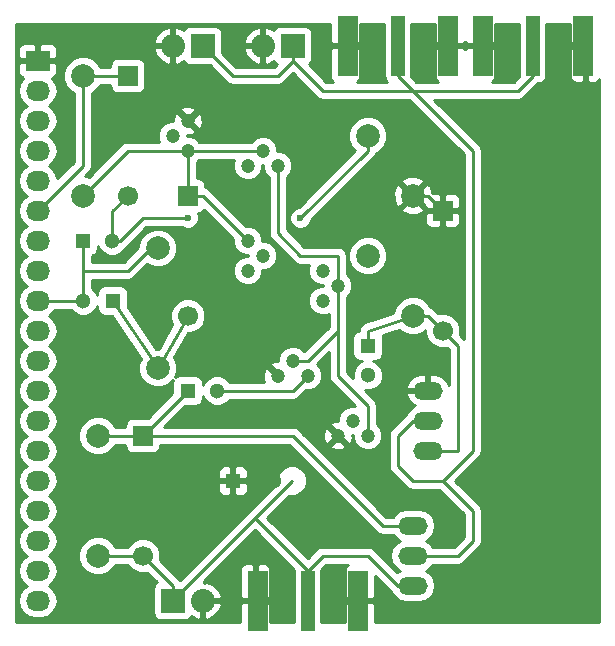
<source format=gtl>
G04 #@! TF.FileFunction,Copper,L1,Top,Signal*
%FSLAX46Y46*%
G04 Gerber Fmt 4.6, Leading zero omitted, Abs format (unit mm)*
G04 Created by KiCad (PCBNEW 4.0.4+e1-6308~48~ubuntu16.04.1-stable) date Thu Dec  1 19:25:44 2016*
%MOMM*%
%LPD*%
G01*
G04 APERTURE LIST*
%ADD10C,0.100000*%
%ADD11R,1.778000X5.080000*%
%ADD12R,1.270000X5.080000*%
%ADD13R,2.032000X1.727200*%
%ADD14O,2.032000X1.727200*%
%ADD15C,1.998980*%
%ADD16C,1.699260*%
%ADD17R,1.699260X1.699260*%
%ADD18C,1.200000*%
%ADD19R,1.300000X1.300000*%
%ADD20C,1.300000*%
%ADD21R,2.032000X2.032000*%
%ADD22O,2.032000X2.032000*%
%ADD23O,2.499360X1.501140*%
%ADD24C,0.600000*%
%ADD25C,0.250000*%
%ADD26C,0.254000*%
G04 APERTURE END LIST*
D10*
D11*
X76644500Y-80010000D03*
X68135500Y-80010000D03*
D12*
X72390000Y-80010000D03*
D11*
X60515500Y-127000000D03*
X69024500Y-127000000D03*
D12*
X64770000Y-127000000D03*
D11*
X88074500Y-80010000D03*
X79565500Y-80010000D03*
D12*
X83820000Y-80010000D03*
D13*
X41910000Y-81280000D03*
D14*
X41910000Y-83820000D03*
X41910000Y-86360000D03*
X41910000Y-88900000D03*
X41910000Y-91440000D03*
X41910000Y-93980000D03*
X41910000Y-96520000D03*
X41910000Y-99060000D03*
X41910000Y-101600000D03*
X41910000Y-104140000D03*
X41910000Y-106680000D03*
X41910000Y-109220000D03*
X41910000Y-111760000D03*
X41910000Y-114300000D03*
X41910000Y-116840000D03*
X41910000Y-119380000D03*
X41910000Y-121920000D03*
X41910000Y-124460000D03*
X41910000Y-127000000D03*
D15*
X69850000Y-87630000D03*
X69850000Y-97790000D03*
X73660000Y-92710000D03*
X73660000Y-102870000D03*
X46990000Y-113030000D03*
X46990000Y-123190000D03*
X52070000Y-107315000D03*
X52070000Y-97155000D03*
X45720000Y-82550000D03*
X45720000Y-92710000D03*
D16*
X50802540Y-123190520D03*
D17*
X50802540Y-113030520D03*
D16*
X76202540Y-104140520D03*
D17*
X76202540Y-93980520D03*
D16*
X49532540Y-92710520D03*
D17*
X49532540Y-82550520D03*
D16*
X54612540Y-102870520D03*
D17*
X54612540Y-92710520D03*
D18*
X64770000Y-107950000D03*
X63500000Y-106680000D03*
X62230000Y-107950000D03*
X66040000Y-101600000D03*
X67310000Y-100330000D03*
X66040000Y-99060000D03*
X69850000Y-113030000D03*
X68580000Y-111760000D03*
X67310000Y-113030000D03*
X62230000Y-90170000D03*
X60960000Y-88900000D03*
X59690000Y-90170000D03*
X54610000Y-86360000D03*
X53340000Y-87630000D03*
X54610000Y-88900000D03*
X59690000Y-99060000D03*
X60960000Y-97790000D03*
X59690000Y-96520000D03*
D19*
X48260000Y-101600000D03*
D20*
X45760000Y-101600000D03*
D19*
X54610000Y-109220000D03*
D20*
X57110000Y-109220000D03*
X61920000Y-116840000D03*
D19*
X58420000Y-116840000D03*
X69850000Y-105410000D03*
D20*
X69850000Y-107910000D03*
D19*
X45720000Y-96520000D03*
D20*
X48220000Y-96520000D03*
D21*
X53340000Y-127000000D03*
D22*
X55880000Y-127000000D03*
D21*
X55880000Y-80010000D03*
D22*
X53340000Y-80010000D03*
D21*
X63500000Y-80010000D03*
D22*
X60960000Y-80010000D03*
D23*
X74930000Y-111760000D03*
X74930000Y-114300000D03*
X74930000Y-109220000D03*
X73660000Y-123190000D03*
X73660000Y-120650000D03*
X73660000Y-125730000D03*
D24*
X64135000Y-94615000D03*
X54610000Y-94615000D03*
D25*
X52070000Y-107315000D02*
X52073060Y-107315000D01*
X52073060Y-107315000D02*
X54612540Y-102870520D01*
X48260000Y-101600000D02*
X52070000Y-107315000D01*
X53342540Y-87632540D02*
X53340000Y-87630000D01*
X41910000Y-101600000D02*
X45760000Y-101600000D01*
X45760000Y-99060000D02*
X49530000Y-99060000D01*
X52070000Y-96520000D02*
X52070000Y-97155000D01*
X49530000Y-99060000D02*
X52070000Y-96520000D01*
X45760000Y-101600000D02*
X45760000Y-99060000D01*
X45760000Y-99060000D02*
X45760000Y-96560000D01*
X45760000Y-96560000D02*
X45720000Y-96520000D01*
X50802540Y-113030520D02*
X63500520Y-113030520D01*
X71120000Y-120650000D02*
X73660000Y-120650000D01*
X63500520Y-113030520D02*
X71120000Y-120650000D01*
X50802540Y-113030520D02*
X50802540Y-113027460D01*
X50802540Y-113027460D02*
X54610000Y-109220000D01*
X46990000Y-113030000D02*
X50802020Y-113030000D01*
X50802020Y-113030000D02*
X50802540Y-113030520D01*
X69810000Y-107950000D02*
X69850000Y-107910000D01*
X57110000Y-109220000D02*
X63500000Y-109220000D01*
X63500000Y-109220000D02*
X64770000Y-107950000D01*
X73660000Y-92710000D02*
X74932020Y-92710000D01*
X74932020Y-92710000D02*
X76202540Y-93980520D01*
X73660000Y-125730000D02*
X72390000Y-125730000D01*
X66040000Y-123190000D02*
X64770000Y-124460000D01*
X69850000Y-123190000D02*
X66040000Y-123190000D01*
X72390000Y-125730000D02*
X69850000Y-123190000D01*
X64770000Y-124460000D02*
X64770000Y-127000000D01*
X64770000Y-124460000D02*
X60285000Y-119975000D01*
X53340000Y-127000000D02*
X53340000Y-126920000D01*
X53340000Y-126920000D02*
X60285000Y-119975000D01*
X60285000Y-119975000D02*
X63420000Y-116840000D01*
X50802540Y-123190520D02*
X46990520Y-123190520D01*
X46990520Y-123190520D02*
X46990000Y-123190000D01*
X53340000Y-127000000D02*
X53340000Y-125727980D01*
X53340000Y-125727980D02*
X50802540Y-123190520D01*
X76202540Y-104140520D02*
X76202540Y-104142540D01*
X76202540Y-104142540D02*
X77470000Y-105410000D01*
X77470000Y-114300000D02*
X74930000Y-114300000D01*
X77470000Y-105410000D02*
X77470000Y-114300000D01*
X73660000Y-102870000D02*
X74932020Y-102870000D01*
X74932020Y-102870000D02*
X76202540Y-104140520D01*
X69850000Y-105410000D02*
X69850000Y-104140000D01*
X69850000Y-104140000D02*
X73660000Y-102870000D01*
X69850000Y-87630000D02*
X69850000Y-88900000D01*
X69850000Y-88900000D02*
X64135000Y-94615000D01*
X48895000Y-96520000D02*
X48220000Y-96520000D01*
X50800000Y-94615000D02*
X48895000Y-96520000D01*
X54610000Y-94615000D02*
X50800000Y-94615000D01*
X48220000Y-96520000D02*
X48220000Y-94023060D01*
X48220000Y-94023060D02*
X49532540Y-92710520D01*
X54610000Y-88900000D02*
X60960000Y-88900000D01*
X45720000Y-92710000D02*
X49530000Y-88900000D01*
X49530000Y-88900000D02*
X54610000Y-88900000D01*
X54612540Y-92710520D02*
X54612540Y-88902540D01*
X54612540Y-88902540D02*
X54610000Y-88900000D01*
X54612540Y-92710520D02*
X55880520Y-92710520D01*
X55880520Y-92710520D02*
X59690000Y-96520000D01*
X41910000Y-93980000D02*
X45720000Y-90170000D01*
X45720000Y-90170000D02*
X45720000Y-82550000D01*
X45720000Y-82550000D02*
X49532020Y-82550000D01*
X49532020Y-82550000D02*
X49532540Y-82550520D01*
X76200000Y-116840000D02*
X78740000Y-114300000D01*
X78740000Y-88900000D02*
X73660000Y-83820000D01*
X78740000Y-114300000D02*
X78740000Y-88900000D01*
X74930000Y-111760000D02*
X73660000Y-111760000D01*
X77470000Y-123190000D02*
X73660000Y-123190000D01*
X78740000Y-121920000D02*
X77470000Y-123190000D01*
X78740000Y-119380000D02*
X78740000Y-121920000D01*
X76200000Y-116840000D02*
X78740000Y-119380000D01*
X73660000Y-116840000D02*
X76200000Y-116840000D01*
X72390000Y-115570000D02*
X73660000Y-116840000D01*
X72390000Y-113030000D02*
X72390000Y-115570000D01*
X73660000Y-111760000D02*
X72390000Y-113030000D01*
X73660000Y-83820000D02*
X78740000Y-83820000D01*
X82550000Y-83820000D02*
X83820000Y-82550000D01*
X78740000Y-83820000D02*
X82550000Y-83820000D01*
X83820000Y-82550000D02*
X83820000Y-80010000D01*
X66040000Y-83820000D02*
X73660000Y-83820000D01*
X63500000Y-81280000D02*
X66040000Y-83820000D01*
X72390000Y-82550000D02*
X73660000Y-83820000D01*
X63500000Y-80010000D02*
X63500000Y-81280000D01*
X55880000Y-80010000D02*
X58420000Y-82550000D01*
X62230000Y-82550000D02*
X63500000Y-81280000D01*
X58420000Y-82550000D02*
X62230000Y-82550000D01*
X72390000Y-80010000D02*
X72390000Y-82550000D01*
X83820000Y-82550000D02*
X83820000Y-80010000D01*
X72390000Y-80010000D02*
X72390000Y-81280000D01*
X55880000Y-80010000D02*
X55880000Y-80645000D01*
X62230000Y-90170000D02*
X62230000Y-95885000D01*
X67310000Y-97790000D02*
X67310000Y-100330000D01*
X64135000Y-97790000D02*
X67310000Y-97790000D01*
X62230000Y-95885000D02*
X64135000Y-97790000D01*
X69850000Y-113030000D02*
X69850000Y-110490000D01*
X67310000Y-107950000D02*
X67310000Y-104140000D01*
X69850000Y-110490000D02*
X67310000Y-107950000D01*
X63500000Y-106680000D02*
X64770000Y-106680000D01*
X67310000Y-104140000D02*
X67310000Y-100330000D01*
X64770000Y-106680000D02*
X67310000Y-104140000D01*
D26*
G36*
X66675000Y-79724250D02*
X66833750Y-79883000D01*
X67818000Y-79883000D01*
X67818000Y-79863000D01*
X68072000Y-79863000D01*
X68072000Y-79883000D01*
X69056250Y-79883000D01*
X69215000Y-79724250D01*
X69215000Y-78180000D01*
X71234560Y-78180000D01*
X71234560Y-82550000D01*
X71278838Y-82785317D01*
X71417910Y-83001441D01*
X71503614Y-83060000D01*
X68968025Y-83060000D01*
X69118327Y-82909699D01*
X69215000Y-82676310D01*
X69215000Y-80295750D01*
X69056250Y-80137000D01*
X68072000Y-80137000D01*
X68072000Y-80157000D01*
X67818000Y-80157000D01*
X67818000Y-80137000D01*
X66833750Y-80137000D01*
X66675000Y-80295750D01*
X66675000Y-82676310D01*
X66771673Y-82909699D01*
X66921975Y-83060000D01*
X66354802Y-83060000D01*
X64856366Y-81561564D01*
X64967441Y-81490090D01*
X65112431Y-81277890D01*
X65163440Y-81026000D01*
X65163440Y-78994000D01*
X65119162Y-78758683D01*
X64980090Y-78542559D01*
X64767890Y-78397569D01*
X64516000Y-78346560D01*
X62484000Y-78346560D01*
X62248683Y-78390838D01*
X62032559Y-78529910D01*
X61932144Y-78676872D01*
X61928379Y-78672812D01*
X61342946Y-78404017D01*
X61087000Y-78522633D01*
X61087000Y-79883000D01*
X61107000Y-79883000D01*
X61107000Y-80137000D01*
X61087000Y-80137000D01*
X61087000Y-81497367D01*
X61342946Y-81615983D01*
X61928379Y-81347188D01*
X61932934Y-81342276D01*
X62019910Y-81477441D01*
X62143388Y-81561810D01*
X61915198Y-81790000D01*
X58734802Y-81790000D01*
X57543440Y-80598638D01*
X57543440Y-80392944D01*
X59354025Y-80392944D01*
X59553615Y-80874818D01*
X59991621Y-81347188D01*
X60577054Y-81615983D01*
X60833000Y-81497367D01*
X60833000Y-80137000D01*
X59473164Y-80137000D01*
X59354025Y-80392944D01*
X57543440Y-80392944D01*
X57543440Y-79627056D01*
X59354025Y-79627056D01*
X59473164Y-79883000D01*
X60833000Y-79883000D01*
X60833000Y-78522633D01*
X60577054Y-78404017D01*
X59991621Y-78672812D01*
X59553615Y-79145182D01*
X59354025Y-79627056D01*
X57543440Y-79627056D01*
X57543440Y-78994000D01*
X57499162Y-78758683D01*
X57360090Y-78542559D01*
X57147890Y-78397569D01*
X56896000Y-78346560D01*
X54864000Y-78346560D01*
X54628683Y-78390838D01*
X54412559Y-78529910D01*
X54312144Y-78676872D01*
X54308379Y-78672812D01*
X53722946Y-78404017D01*
X53467000Y-78522633D01*
X53467000Y-79883000D01*
X53487000Y-79883000D01*
X53487000Y-80137000D01*
X53467000Y-80137000D01*
X53467000Y-81497367D01*
X53722946Y-81615983D01*
X54308379Y-81347188D01*
X54312934Y-81342276D01*
X54399910Y-81477441D01*
X54612110Y-81622431D01*
X54864000Y-81673440D01*
X56468638Y-81673440D01*
X57882599Y-83087401D01*
X58129160Y-83252148D01*
X58177414Y-83261746D01*
X58420000Y-83310000D01*
X62230000Y-83310000D01*
X62520839Y-83252148D01*
X62767401Y-83087401D01*
X63500000Y-82354802D01*
X65502599Y-84357401D01*
X65749160Y-84522148D01*
X65797414Y-84531746D01*
X66040000Y-84580000D01*
X73345198Y-84580000D01*
X77980000Y-89214802D01*
X77980000Y-104845198D01*
X77653175Y-104518373D01*
X77686912Y-104437127D01*
X77687428Y-103846504D01*
X77461882Y-103300643D01*
X77044614Y-102882646D01*
X76499147Y-102656148D01*
X75908524Y-102655632D01*
X75826391Y-102689569D01*
X75469421Y-102332599D01*
X75222859Y-102167852D01*
X75130837Y-102149547D01*
X75046462Y-101945345D01*
X74587073Y-101485154D01*
X73986547Y-101235794D01*
X73336306Y-101235226D01*
X72735345Y-101483538D01*
X72275154Y-101942927D01*
X72025794Y-102543453D01*
X72025733Y-102613646D01*
X69609667Y-103419001D01*
X69585943Y-103432525D01*
X69559161Y-103437852D01*
X69457878Y-103505527D01*
X69352047Y-103565855D01*
X69335304Y-103587428D01*
X69312599Y-103602599D01*
X69244921Y-103703887D01*
X69170236Y-103800118D01*
X69163024Y-103826455D01*
X69147852Y-103849161D01*
X69124085Y-103968644D01*
X69091913Y-104086125D01*
X69095328Y-104113215D01*
X69091393Y-104132996D01*
X68964683Y-104156838D01*
X68748559Y-104295910D01*
X68603569Y-104508110D01*
X68552560Y-104760000D01*
X68552560Y-106060000D01*
X68596838Y-106295317D01*
X68735910Y-106511441D01*
X68948110Y-106656431D01*
X69200000Y-106707440D01*
X69395460Y-106707440D01*
X69123057Y-106819995D01*
X68761265Y-107181155D01*
X68565223Y-107653276D01*
X68564807Y-108130005D01*
X68070000Y-107635198D01*
X68070000Y-101316356D01*
X68356371Y-101030485D01*
X68544785Y-100576734D01*
X68545214Y-100085421D01*
X68357592Y-99631343D01*
X68070000Y-99343248D01*
X68070000Y-98113694D01*
X68215226Y-98113694D01*
X68463538Y-98714655D01*
X68922927Y-99174846D01*
X69523453Y-99424206D01*
X70173694Y-99424774D01*
X70774655Y-99176462D01*
X71234846Y-98717073D01*
X71484206Y-98116547D01*
X71484774Y-97466306D01*
X71236462Y-96865345D01*
X70777073Y-96405154D01*
X70176547Y-96155794D01*
X69526306Y-96155226D01*
X68925345Y-96403538D01*
X68465154Y-96862927D01*
X68215794Y-97463453D01*
X68215226Y-98113694D01*
X68070000Y-98113694D01*
X68070000Y-97790000D01*
X68012148Y-97499161D01*
X67847401Y-97252599D01*
X67600839Y-97087852D01*
X67310000Y-97030000D01*
X64449802Y-97030000D01*
X62990000Y-95570198D01*
X62990000Y-94800167D01*
X63199838Y-94800167D01*
X63341883Y-95143943D01*
X63604673Y-95407192D01*
X63948201Y-95549838D01*
X64320167Y-95550162D01*
X64663943Y-95408117D01*
X64927192Y-95145327D01*
X65069838Y-94801799D01*
X65069879Y-94754923D01*
X65962639Y-93862163D01*
X72687443Y-93862163D01*
X72786042Y-94128965D01*
X73395582Y-94355401D01*
X74045377Y-94331341D01*
X74202472Y-94266270D01*
X74717910Y-94266270D01*
X74717910Y-94956459D01*
X74814583Y-95189848D01*
X74993211Y-95368477D01*
X75226600Y-95465150D01*
X75916790Y-95465150D01*
X76075540Y-95306400D01*
X76075540Y-94107520D01*
X76329540Y-94107520D01*
X76329540Y-95306400D01*
X76488290Y-95465150D01*
X77178480Y-95465150D01*
X77411869Y-95368477D01*
X77590497Y-95189848D01*
X77687170Y-94956459D01*
X77687170Y-94266270D01*
X77528420Y-94107520D01*
X76329540Y-94107520D01*
X76075540Y-94107520D01*
X74876660Y-94107520D01*
X74717910Y-94266270D01*
X74202472Y-94266270D01*
X74533958Y-94128965D01*
X74632557Y-93862163D01*
X73660000Y-92889605D01*
X72687443Y-93862163D01*
X65962639Y-93862163D01*
X67379220Y-92445582D01*
X72014599Y-92445582D01*
X72038659Y-93095377D01*
X72241035Y-93583958D01*
X72507837Y-93682557D01*
X73480395Y-92710000D01*
X73839605Y-92710000D01*
X74717910Y-93588304D01*
X74717910Y-93694770D01*
X74876660Y-93853520D01*
X76075540Y-93853520D01*
X76075540Y-92654640D01*
X76329540Y-92654640D01*
X76329540Y-93853520D01*
X77528420Y-93853520D01*
X77687170Y-93694770D01*
X77687170Y-93004581D01*
X77590497Y-92771192D01*
X77411869Y-92592563D01*
X77178480Y-92495890D01*
X76488290Y-92495890D01*
X76329540Y-92654640D01*
X76075540Y-92654640D01*
X75916790Y-92495890D01*
X75287683Y-92495890D01*
X75281341Y-92324623D01*
X75078965Y-91836042D01*
X74812163Y-91737443D01*
X73839605Y-92710000D01*
X73480395Y-92710000D01*
X72507837Y-91737443D01*
X72241035Y-91836042D01*
X72014599Y-92445582D01*
X67379220Y-92445582D01*
X68266965Y-91557837D01*
X72687443Y-91557837D01*
X73660000Y-92530395D01*
X74632557Y-91557837D01*
X74533958Y-91291035D01*
X73924418Y-91064599D01*
X73274623Y-91088659D01*
X72786042Y-91291035D01*
X72687443Y-91557837D01*
X68266965Y-91557837D01*
X70387402Y-89437401D01*
X70552148Y-89190839D01*
X70570015Y-89101018D01*
X70774655Y-89016462D01*
X71234846Y-88557073D01*
X71484206Y-87956547D01*
X71484774Y-87306306D01*
X71236462Y-86705345D01*
X70777073Y-86245154D01*
X70176547Y-85995794D01*
X69526306Y-85995226D01*
X68925345Y-86243538D01*
X68465154Y-86702927D01*
X68215794Y-87303453D01*
X68215226Y-87953694D01*
X68463538Y-88554655D01*
X68791754Y-88883444D01*
X63995320Y-93679878D01*
X63949833Y-93679838D01*
X63606057Y-93821883D01*
X63342808Y-94084673D01*
X63200162Y-94428201D01*
X63199838Y-94800167D01*
X62990000Y-94800167D01*
X62990000Y-91156356D01*
X63276371Y-90870485D01*
X63464785Y-90416734D01*
X63465214Y-89925421D01*
X63277592Y-89471343D01*
X62930485Y-89123629D01*
X62476734Y-88935215D01*
X62194970Y-88934969D01*
X62195214Y-88655421D01*
X62007592Y-88201343D01*
X61660485Y-87853629D01*
X61206734Y-87665215D01*
X60715421Y-87664786D01*
X60261343Y-87852408D01*
X59973248Y-88140000D01*
X55596356Y-88140000D01*
X55310485Y-87853629D01*
X54856734Y-87665215D01*
X54574970Y-87664969D01*
X54575027Y-87599521D01*
X54931413Y-87577482D01*
X55243617Y-87448164D01*
X55293130Y-87222735D01*
X54610000Y-86539605D01*
X54595858Y-86553748D01*
X54416253Y-86374143D01*
X54430395Y-86360000D01*
X54789605Y-86360000D01*
X55472735Y-87043130D01*
X55698164Y-86993617D01*
X55857807Y-86528964D01*
X55827482Y-86038587D01*
X55698164Y-85726383D01*
X55472735Y-85676870D01*
X54789605Y-86360000D01*
X54430395Y-86360000D01*
X53747265Y-85676870D01*
X53521836Y-85726383D01*
X53362193Y-86191036D01*
X53374808Y-86395030D01*
X53095421Y-86394786D01*
X52641343Y-86582408D01*
X52293629Y-86929515D01*
X52105215Y-87383266D01*
X52104786Y-87874579D01*
X52214456Y-88140000D01*
X49530000Y-88140000D01*
X49239161Y-88197852D01*
X48992599Y-88362599D01*
X46211083Y-91144115D01*
X46046547Y-91075794D01*
X45889145Y-91075657D01*
X46257401Y-90707401D01*
X46422148Y-90460839D01*
X46480000Y-90170000D01*
X46480000Y-85497265D01*
X53926870Y-85497265D01*
X54610000Y-86180395D01*
X55293130Y-85497265D01*
X55243617Y-85271836D01*
X54778964Y-85112193D01*
X54288587Y-85142518D01*
X53976383Y-85271836D01*
X53926870Y-85497265D01*
X46480000Y-85497265D01*
X46480000Y-84004496D01*
X46644655Y-83936462D01*
X47104846Y-83477073D01*
X47174221Y-83310000D01*
X48035470Y-83310000D01*
X48035470Y-83400150D01*
X48079748Y-83635467D01*
X48218820Y-83851591D01*
X48431020Y-83996581D01*
X48682910Y-84047590D01*
X50382170Y-84047590D01*
X50617487Y-84003312D01*
X50833611Y-83864240D01*
X50978601Y-83652040D01*
X51029610Y-83400150D01*
X51029610Y-81700890D01*
X50985332Y-81465573D01*
X50846260Y-81249449D01*
X50634060Y-81104459D01*
X50382170Y-81053450D01*
X48682910Y-81053450D01*
X48447593Y-81097728D01*
X48231469Y-81236800D01*
X48086479Y-81449000D01*
X48035470Y-81700890D01*
X48035470Y-81790000D01*
X47174496Y-81790000D01*
X47106462Y-81625345D01*
X46647073Y-81165154D01*
X46046547Y-80915794D01*
X45396306Y-80915226D01*
X44795345Y-81163538D01*
X44335154Y-81622927D01*
X44085794Y-82223453D01*
X44085226Y-82873694D01*
X44333538Y-83474655D01*
X44792927Y-83934846D01*
X44960000Y-84004221D01*
X44960000Y-89855198D01*
X43557152Y-91258046D01*
X43479271Y-90866511D01*
X43154415Y-90380330D01*
X42839634Y-90170000D01*
X43154415Y-89959670D01*
X43479271Y-89473489D01*
X43593345Y-88900000D01*
X43479271Y-88326511D01*
X43154415Y-87840330D01*
X42839634Y-87630000D01*
X43154415Y-87419670D01*
X43479271Y-86933489D01*
X43593345Y-86360000D01*
X43479271Y-85786511D01*
X43154415Y-85300330D01*
X42839634Y-85090000D01*
X43154415Y-84879670D01*
X43479271Y-84393489D01*
X43593345Y-83820000D01*
X43479271Y-83246511D01*
X43154415Y-82760330D01*
X43132220Y-82745500D01*
X43285699Y-82681927D01*
X43464327Y-82503298D01*
X43561000Y-82269909D01*
X43561000Y-81565750D01*
X43402250Y-81407000D01*
X42037000Y-81407000D01*
X42037000Y-81427000D01*
X41783000Y-81427000D01*
X41783000Y-81407000D01*
X40417750Y-81407000D01*
X40259000Y-81565750D01*
X40259000Y-82269909D01*
X40355673Y-82503298D01*
X40534301Y-82681927D01*
X40687780Y-82745500D01*
X40665585Y-82760330D01*
X40340729Y-83246511D01*
X40226655Y-83820000D01*
X40340729Y-84393489D01*
X40665585Y-84879670D01*
X40980366Y-85090000D01*
X40665585Y-85300330D01*
X40340729Y-85786511D01*
X40226655Y-86360000D01*
X40340729Y-86933489D01*
X40665585Y-87419670D01*
X40980366Y-87630000D01*
X40665585Y-87840330D01*
X40340729Y-88326511D01*
X40226655Y-88900000D01*
X40340729Y-89473489D01*
X40665585Y-89959670D01*
X40980366Y-90170000D01*
X40665585Y-90380330D01*
X40340729Y-90866511D01*
X40226655Y-91440000D01*
X40340729Y-92013489D01*
X40665585Y-92499670D01*
X40980366Y-92710000D01*
X40665585Y-92920330D01*
X40340729Y-93406511D01*
X40226655Y-93980000D01*
X40340729Y-94553489D01*
X40665585Y-95039670D01*
X40980366Y-95250000D01*
X40665585Y-95460330D01*
X40340729Y-95946511D01*
X40226655Y-96520000D01*
X40340729Y-97093489D01*
X40665585Y-97579670D01*
X40980366Y-97790000D01*
X40665585Y-98000330D01*
X40340729Y-98486511D01*
X40226655Y-99060000D01*
X40340729Y-99633489D01*
X40665585Y-100119670D01*
X40980366Y-100330000D01*
X40665585Y-100540330D01*
X40340729Y-101026511D01*
X40226655Y-101600000D01*
X40340729Y-102173489D01*
X40665585Y-102659670D01*
X40980366Y-102870000D01*
X40665585Y-103080330D01*
X40340729Y-103566511D01*
X40226655Y-104140000D01*
X40340729Y-104713489D01*
X40665585Y-105199670D01*
X40980366Y-105410000D01*
X40665585Y-105620330D01*
X40340729Y-106106511D01*
X40226655Y-106680000D01*
X40340729Y-107253489D01*
X40665585Y-107739670D01*
X40980366Y-107950000D01*
X40665585Y-108160330D01*
X40340729Y-108646511D01*
X40226655Y-109220000D01*
X40340729Y-109793489D01*
X40665585Y-110279670D01*
X40980366Y-110490000D01*
X40665585Y-110700330D01*
X40340729Y-111186511D01*
X40226655Y-111760000D01*
X40340729Y-112333489D01*
X40665585Y-112819670D01*
X40980366Y-113030000D01*
X40665585Y-113240330D01*
X40340729Y-113726511D01*
X40226655Y-114300000D01*
X40340729Y-114873489D01*
X40665585Y-115359670D01*
X40980366Y-115570000D01*
X40665585Y-115780330D01*
X40340729Y-116266511D01*
X40226655Y-116840000D01*
X40340729Y-117413489D01*
X40665585Y-117899670D01*
X40980366Y-118110000D01*
X40665585Y-118320330D01*
X40340729Y-118806511D01*
X40226655Y-119380000D01*
X40340729Y-119953489D01*
X40665585Y-120439670D01*
X40980366Y-120650000D01*
X40665585Y-120860330D01*
X40340729Y-121346511D01*
X40226655Y-121920000D01*
X40340729Y-122493489D01*
X40665585Y-122979670D01*
X40980366Y-123190000D01*
X40665585Y-123400330D01*
X40340729Y-123886511D01*
X40226655Y-124460000D01*
X40340729Y-125033489D01*
X40665585Y-125519670D01*
X40980366Y-125730000D01*
X40665585Y-125940330D01*
X40340729Y-126426511D01*
X40226655Y-127000000D01*
X40340729Y-127573489D01*
X40665585Y-128059670D01*
X41151766Y-128384526D01*
X41725255Y-128498600D01*
X42094745Y-128498600D01*
X42668234Y-128384526D01*
X43154415Y-128059670D01*
X43479271Y-127573489D01*
X43593345Y-127000000D01*
X43479271Y-126426511D01*
X43154415Y-125940330D01*
X42839634Y-125730000D01*
X43154415Y-125519670D01*
X43479271Y-125033489D01*
X43593345Y-124460000D01*
X43479271Y-123886511D01*
X43154415Y-123400330D01*
X42839634Y-123190000D01*
X43154415Y-122979670D01*
X43479271Y-122493489D01*
X43593345Y-121920000D01*
X43479271Y-121346511D01*
X43154415Y-120860330D01*
X42839634Y-120650000D01*
X43154415Y-120439670D01*
X43479271Y-119953489D01*
X43593345Y-119380000D01*
X43479271Y-118806511D01*
X43154415Y-118320330D01*
X42839634Y-118110000D01*
X43154415Y-117899670D01*
X43479271Y-117413489D01*
X43536505Y-117125750D01*
X57135000Y-117125750D01*
X57135000Y-117616310D01*
X57231673Y-117849699D01*
X57410302Y-118028327D01*
X57643691Y-118125000D01*
X58134250Y-118125000D01*
X58293000Y-117966250D01*
X58293000Y-116967000D01*
X58547000Y-116967000D01*
X58547000Y-117966250D01*
X58705750Y-118125000D01*
X59196309Y-118125000D01*
X59429698Y-118028327D01*
X59608327Y-117849699D01*
X59705000Y-117616310D01*
X59705000Y-117125750D01*
X59546250Y-116967000D01*
X58547000Y-116967000D01*
X58293000Y-116967000D01*
X57293750Y-116967000D01*
X57135000Y-117125750D01*
X43536505Y-117125750D01*
X43593345Y-116840000D01*
X43479271Y-116266511D01*
X43343751Y-116063690D01*
X57135000Y-116063690D01*
X57135000Y-116554250D01*
X57293750Y-116713000D01*
X58293000Y-116713000D01*
X58293000Y-115713750D01*
X58547000Y-115713750D01*
X58547000Y-116713000D01*
X59546250Y-116713000D01*
X59705000Y-116554250D01*
X59705000Y-116063690D01*
X59608327Y-115830301D01*
X59429698Y-115651673D01*
X59196309Y-115555000D01*
X58705750Y-115555000D01*
X58547000Y-115713750D01*
X58293000Y-115713750D01*
X58134250Y-115555000D01*
X57643691Y-115555000D01*
X57410302Y-115651673D01*
X57231673Y-115830301D01*
X57135000Y-116063690D01*
X43343751Y-116063690D01*
X43154415Y-115780330D01*
X42839634Y-115570000D01*
X43154415Y-115359670D01*
X43479271Y-114873489D01*
X43593345Y-114300000D01*
X43479271Y-113726511D01*
X43154415Y-113240330D01*
X42839634Y-113030000D01*
X43154415Y-112819670D01*
X43479271Y-112333489D01*
X43593345Y-111760000D01*
X43479271Y-111186511D01*
X43154415Y-110700330D01*
X42839634Y-110490000D01*
X43154415Y-110279670D01*
X43479271Y-109793489D01*
X43593345Y-109220000D01*
X43479271Y-108646511D01*
X43154415Y-108160330D01*
X42839634Y-107950000D01*
X43154415Y-107739670D01*
X43479271Y-107253489D01*
X43593345Y-106680000D01*
X43479271Y-106106511D01*
X43154415Y-105620330D01*
X42839634Y-105410000D01*
X43154415Y-105199670D01*
X43479271Y-104713489D01*
X43593345Y-104140000D01*
X43479271Y-103566511D01*
X43154415Y-103080330D01*
X42839634Y-102870000D01*
X43154415Y-102659670D01*
X43354648Y-102360000D01*
X44702994Y-102360000D01*
X45031155Y-102688735D01*
X45503276Y-102884777D01*
X46014481Y-102885223D01*
X46486943Y-102690005D01*
X46848735Y-102328845D01*
X46962560Y-102054724D01*
X46962560Y-102250000D01*
X47006838Y-102485317D01*
X47145910Y-102701441D01*
X47358110Y-102846431D01*
X47610000Y-102897440D01*
X48211554Y-102897440D01*
X50628885Y-106523437D01*
X50435794Y-106988453D01*
X50435226Y-107638694D01*
X50683538Y-108239655D01*
X51142927Y-108699846D01*
X51743453Y-108949206D01*
X52393694Y-108949774D01*
X52994655Y-108701462D01*
X53359741Y-108337012D01*
X53312560Y-108570000D01*
X53312560Y-109442638D01*
X51221748Y-111533450D01*
X49952910Y-111533450D01*
X49717593Y-111577728D01*
X49501469Y-111716800D01*
X49356479Y-111929000D01*
X49305470Y-112180890D01*
X49305470Y-112270000D01*
X48444496Y-112270000D01*
X48376462Y-112105345D01*
X47917073Y-111645154D01*
X47316547Y-111395794D01*
X46666306Y-111395226D01*
X46065345Y-111643538D01*
X45605154Y-112102927D01*
X45355794Y-112703453D01*
X45355226Y-113353694D01*
X45603538Y-113954655D01*
X46062927Y-114414846D01*
X46663453Y-114664206D01*
X47313694Y-114664774D01*
X47914655Y-114416462D01*
X48374846Y-113957073D01*
X48444221Y-113790000D01*
X49305470Y-113790000D01*
X49305470Y-113880150D01*
X49349748Y-114115467D01*
X49488820Y-114331591D01*
X49701020Y-114476581D01*
X49952910Y-114527590D01*
X51652170Y-114527590D01*
X51887487Y-114483312D01*
X52103611Y-114344240D01*
X52248601Y-114132040D01*
X52299610Y-113880150D01*
X52299610Y-113790520D01*
X63185718Y-113790520D01*
X70582599Y-121187401D01*
X70829161Y-121352148D01*
X71120000Y-121410000D01*
X71997391Y-121410000D01*
X72144221Y-121629746D01*
X72578616Y-121920000D01*
X72144221Y-122210254D01*
X71843867Y-122659765D01*
X71738397Y-123190000D01*
X71843867Y-123720235D01*
X72144221Y-124169746D01*
X72578616Y-124460000D01*
X72348537Y-124613735D01*
X70387401Y-122652599D01*
X70140839Y-122487852D01*
X69850000Y-122430000D01*
X66040000Y-122430000D01*
X65749160Y-122487852D01*
X65502599Y-122652599D01*
X64770000Y-123385198D01*
X61359802Y-119975000D01*
X63209984Y-118124818D01*
X63674481Y-118125223D01*
X64146943Y-117930005D01*
X64508735Y-117568845D01*
X64704777Y-117096724D01*
X64705223Y-116585519D01*
X64510005Y-116113057D01*
X64148845Y-115751265D01*
X63676724Y-115555223D01*
X63165519Y-115554777D01*
X62693057Y-115749995D01*
X62331265Y-116111155D01*
X62135223Y-116583276D01*
X62134815Y-117050383D01*
X53924352Y-125260846D01*
X53877401Y-125190579D01*
X52253768Y-123566946D01*
X52286912Y-123487127D01*
X52287428Y-122896504D01*
X52061882Y-122350643D01*
X51644614Y-121932646D01*
X51099147Y-121706148D01*
X50508524Y-121705632D01*
X49962663Y-121931178D01*
X49544666Y-122348446D01*
X49510586Y-122430520D01*
X48444711Y-122430520D01*
X48376462Y-122265345D01*
X47917073Y-121805154D01*
X47316547Y-121555794D01*
X46666306Y-121555226D01*
X46065345Y-121803538D01*
X45605154Y-122262927D01*
X45355794Y-122863453D01*
X45355226Y-123513694D01*
X45603538Y-124114655D01*
X46062927Y-124574846D01*
X46663453Y-124824206D01*
X47313694Y-124824774D01*
X47914655Y-124576462D01*
X48374846Y-124117073D01*
X48444005Y-123950520D01*
X49510193Y-123950520D01*
X49543198Y-124030397D01*
X49960466Y-124448394D01*
X50505933Y-124674892D01*
X51096556Y-124675408D01*
X51178689Y-124641471D01*
X51984863Y-125447645D01*
X51872559Y-125519910D01*
X51727569Y-125732110D01*
X51676560Y-125984000D01*
X51676560Y-128016000D01*
X51720838Y-128251317D01*
X51859910Y-128467441D01*
X52072110Y-128612431D01*
X52324000Y-128663440D01*
X54356000Y-128663440D01*
X54591317Y-128619162D01*
X54807441Y-128480090D01*
X54907856Y-128333128D01*
X54911621Y-128337188D01*
X55497054Y-128605983D01*
X55753000Y-128487367D01*
X55753000Y-127127000D01*
X56007000Y-127127000D01*
X56007000Y-128487367D01*
X56262946Y-128605983D01*
X56848379Y-128337188D01*
X57286385Y-127864818D01*
X57485975Y-127382944D01*
X57366836Y-127127000D01*
X56007000Y-127127000D01*
X55753000Y-127127000D01*
X55733000Y-127127000D01*
X55733000Y-126873000D01*
X55753000Y-126873000D01*
X55753000Y-126853000D01*
X56007000Y-126853000D01*
X56007000Y-126873000D01*
X57366836Y-126873000D01*
X57485975Y-126617056D01*
X57286385Y-126135182D01*
X56848379Y-125662812D01*
X56262946Y-125394017D01*
X56007002Y-125512632D01*
X56007002Y-125349000D01*
X55985802Y-125349000D01*
X57001112Y-124333690D01*
X59055000Y-124333690D01*
X59055000Y-126714250D01*
X59213750Y-126873000D01*
X60198000Y-126873000D01*
X60198000Y-123983750D01*
X60452000Y-123983750D01*
X60452000Y-126873000D01*
X61436250Y-126873000D01*
X61595000Y-126714250D01*
X61595000Y-124333690D01*
X61498327Y-124100301D01*
X61319698Y-123921673D01*
X61086309Y-123825000D01*
X60610750Y-123825000D01*
X60452000Y-123983750D01*
X60198000Y-123983750D01*
X60039250Y-123825000D01*
X59563691Y-123825000D01*
X59330302Y-123921673D01*
X59151673Y-124100301D01*
X59055000Y-124333690D01*
X57001112Y-124333690D01*
X60285000Y-121049802D01*
X63628140Y-124392942D01*
X63614560Y-124460000D01*
X63614560Y-128830000D01*
X61595000Y-128830000D01*
X61595000Y-127285750D01*
X61436250Y-127127000D01*
X60452000Y-127127000D01*
X60452000Y-127147000D01*
X60198000Y-127147000D01*
X60198000Y-127127000D01*
X59213750Y-127127000D01*
X59055000Y-127285750D01*
X59055000Y-128830000D01*
X40080000Y-128830000D01*
X40080000Y-80290091D01*
X40259000Y-80290091D01*
X40259000Y-80994250D01*
X40417750Y-81153000D01*
X41783000Y-81153000D01*
X41783000Y-79940150D01*
X42037000Y-79940150D01*
X42037000Y-81153000D01*
X43402250Y-81153000D01*
X43561000Y-80994250D01*
X43561000Y-80392944D01*
X51734025Y-80392944D01*
X51933615Y-80874818D01*
X52371621Y-81347188D01*
X52957054Y-81615983D01*
X53213000Y-81497367D01*
X53213000Y-80137000D01*
X51853164Y-80137000D01*
X51734025Y-80392944D01*
X43561000Y-80392944D01*
X43561000Y-80290091D01*
X43464327Y-80056702D01*
X43285699Y-79878073D01*
X43052310Y-79781400D01*
X42195750Y-79781400D01*
X42037000Y-79940150D01*
X41783000Y-79940150D01*
X41624250Y-79781400D01*
X40767690Y-79781400D01*
X40534301Y-79878073D01*
X40355673Y-80056702D01*
X40259000Y-80290091D01*
X40080000Y-80290091D01*
X40080000Y-79627056D01*
X51734025Y-79627056D01*
X51853164Y-79883000D01*
X53213000Y-79883000D01*
X53213000Y-78522633D01*
X52957054Y-78404017D01*
X52371621Y-78672812D01*
X51933615Y-79145182D01*
X51734025Y-79627056D01*
X40080000Y-79627056D01*
X40080000Y-78180000D01*
X66675000Y-78180000D01*
X66675000Y-79724250D01*
X66675000Y-79724250D01*
G37*
X66675000Y-79724250D02*
X66833750Y-79883000D01*
X67818000Y-79883000D01*
X67818000Y-79863000D01*
X68072000Y-79863000D01*
X68072000Y-79883000D01*
X69056250Y-79883000D01*
X69215000Y-79724250D01*
X69215000Y-78180000D01*
X71234560Y-78180000D01*
X71234560Y-82550000D01*
X71278838Y-82785317D01*
X71417910Y-83001441D01*
X71503614Y-83060000D01*
X68968025Y-83060000D01*
X69118327Y-82909699D01*
X69215000Y-82676310D01*
X69215000Y-80295750D01*
X69056250Y-80137000D01*
X68072000Y-80137000D01*
X68072000Y-80157000D01*
X67818000Y-80157000D01*
X67818000Y-80137000D01*
X66833750Y-80137000D01*
X66675000Y-80295750D01*
X66675000Y-82676310D01*
X66771673Y-82909699D01*
X66921975Y-83060000D01*
X66354802Y-83060000D01*
X64856366Y-81561564D01*
X64967441Y-81490090D01*
X65112431Y-81277890D01*
X65163440Y-81026000D01*
X65163440Y-78994000D01*
X65119162Y-78758683D01*
X64980090Y-78542559D01*
X64767890Y-78397569D01*
X64516000Y-78346560D01*
X62484000Y-78346560D01*
X62248683Y-78390838D01*
X62032559Y-78529910D01*
X61932144Y-78676872D01*
X61928379Y-78672812D01*
X61342946Y-78404017D01*
X61087000Y-78522633D01*
X61087000Y-79883000D01*
X61107000Y-79883000D01*
X61107000Y-80137000D01*
X61087000Y-80137000D01*
X61087000Y-81497367D01*
X61342946Y-81615983D01*
X61928379Y-81347188D01*
X61932934Y-81342276D01*
X62019910Y-81477441D01*
X62143388Y-81561810D01*
X61915198Y-81790000D01*
X58734802Y-81790000D01*
X57543440Y-80598638D01*
X57543440Y-80392944D01*
X59354025Y-80392944D01*
X59553615Y-80874818D01*
X59991621Y-81347188D01*
X60577054Y-81615983D01*
X60833000Y-81497367D01*
X60833000Y-80137000D01*
X59473164Y-80137000D01*
X59354025Y-80392944D01*
X57543440Y-80392944D01*
X57543440Y-79627056D01*
X59354025Y-79627056D01*
X59473164Y-79883000D01*
X60833000Y-79883000D01*
X60833000Y-78522633D01*
X60577054Y-78404017D01*
X59991621Y-78672812D01*
X59553615Y-79145182D01*
X59354025Y-79627056D01*
X57543440Y-79627056D01*
X57543440Y-78994000D01*
X57499162Y-78758683D01*
X57360090Y-78542559D01*
X57147890Y-78397569D01*
X56896000Y-78346560D01*
X54864000Y-78346560D01*
X54628683Y-78390838D01*
X54412559Y-78529910D01*
X54312144Y-78676872D01*
X54308379Y-78672812D01*
X53722946Y-78404017D01*
X53467000Y-78522633D01*
X53467000Y-79883000D01*
X53487000Y-79883000D01*
X53487000Y-80137000D01*
X53467000Y-80137000D01*
X53467000Y-81497367D01*
X53722946Y-81615983D01*
X54308379Y-81347188D01*
X54312934Y-81342276D01*
X54399910Y-81477441D01*
X54612110Y-81622431D01*
X54864000Y-81673440D01*
X56468638Y-81673440D01*
X57882599Y-83087401D01*
X58129160Y-83252148D01*
X58177414Y-83261746D01*
X58420000Y-83310000D01*
X62230000Y-83310000D01*
X62520839Y-83252148D01*
X62767401Y-83087401D01*
X63500000Y-82354802D01*
X65502599Y-84357401D01*
X65749160Y-84522148D01*
X65797414Y-84531746D01*
X66040000Y-84580000D01*
X73345198Y-84580000D01*
X77980000Y-89214802D01*
X77980000Y-104845198D01*
X77653175Y-104518373D01*
X77686912Y-104437127D01*
X77687428Y-103846504D01*
X77461882Y-103300643D01*
X77044614Y-102882646D01*
X76499147Y-102656148D01*
X75908524Y-102655632D01*
X75826391Y-102689569D01*
X75469421Y-102332599D01*
X75222859Y-102167852D01*
X75130837Y-102149547D01*
X75046462Y-101945345D01*
X74587073Y-101485154D01*
X73986547Y-101235794D01*
X73336306Y-101235226D01*
X72735345Y-101483538D01*
X72275154Y-101942927D01*
X72025794Y-102543453D01*
X72025733Y-102613646D01*
X69609667Y-103419001D01*
X69585943Y-103432525D01*
X69559161Y-103437852D01*
X69457878Y-103505527D01*
X69352047Y-103565855D01*
X69335304Y-103587428D01*
X69312599Y-103602599D01*
X69244921Y-103703887D01*
X69170236Y-103800118D01*
X69163024Y-103826455D01*
X69147852Y-103849161D01*
X69124085Y-103968644D01*
X69091913Y-104086125D01*
X69095328Y-104113215D01*
X69091393Y-104132996D01*
X68964683Y-104156838D01*
X68748559Y-104295910D01*
X68603569Y-104508110D01*
X68552560Y-104760000D01*
X68552560Y-106060000D01*
X68596838Y-106295317D01*
X68735910Y-106511441D01*
X68948110Y-106656431D01*
X69200000Y-106707440D01*
X69395460Y-106707440D01*
X69123057Y-106819995D01*
X68761265Y-107181155D01*
X68565223Y-107653276D01*
X68564807Y-108130005D01*
X68070000Y-107635198D01*
X68070000Y-101316356D01*
X68356371Y-101030485D01*
X68544785Y-100576734D01*
X68545214Y-100085421D01*
X68357592Y-99631343D01*
X68070000Y-99343248D01*
X68070000Y-98113694D01*
X68215226Y-98113694D01*
X68463538Y-98714655D01*
X68922927Y-99174846D01*
X69523453Y-99424206D01*
X70173694Y-99424774D01*
X70774655Y-99176462D01*
X71234846Y-98717073D01*
X71484206Y-98116547D01*
X71484774Y-97466306D01*
X71236462Y-96865345D01*
X70777073Y-96405154D01*
X70176547Y-96155794D01*
X69526306Y-96155226D01*
X68925345Y-96403538D01*
X68465154Y-96862927D01*
X68215794Y-97463453D01*
X68215226Y-98113694D01*
X68070000Y-98113694D01*
X68070000Y-97790000D01*
X68012148Y-97499161D01*
X67847401Y-97252599D01*
X67600839Y-97087852D01*
X67310000Y-97030000D01*
X64449802Y-97030000D01*
X62990000Y-95570198D01*
X62990000Y-94800167D01*
X63199838Y-94800167D01*
X63341883Y-95143943D01*
X63604673Y-95407192D01*
X63948201Y-95549838D01*
X64320167Y-95550162D01*
X64663943Y-95408117D01*
X64927192Y-95145327D01*
X65069838Y-94801799D01*
X65069879Y-94754923D01*
X65962639Y-93862163D01*
X72687443Y-93862163D01*
X72786042Y-94128965D01*
X73395582Y-94355401D01*
X74045377Y-94331341D01*
X74202472Y-94266270D01*
X74717910Y-94266270D01*
X74717910Y-94956459D01*
X74814583Y-95189848D01*
X74993211Y-95368477D01*
X75226600Y-95465150D01*
X75916790Y-95465150D01*
X76075540Y-95306400D01*
X76075540Y-94107520D01*
X76329540Y-94107520D01*
X76329540Y-95306400D01*
X76488290Y-95465150D01*
X77178480Y-95465150D01*
X77411869Y-95368477D01*
X77590497Y-95189848D01*
X77687170Y-94956459D01*
X77687170Y-94266270D01*
X77528420Y-94107520D01*
X76329540Y-94107520D01*
X76075540Y-94107520D01*
X74876660Y-94107520D01*
X74717910Y-94266270D01*
X74202472Y-94266270D01*
X74533958Y-94128965D01*
X74632557Y-93862163D01*
X73660000Y-92889605D01*
X72687443Y-93862163D01*
X65962639Y-93862163D01*
X67379220Y-92445582D01*
X72014599Y-92445582D01*
X72038659Y-93095377D01*
X72241035Y-93583958D01*
X72507837Y-93682557D01*
X73480395Y-92710000D01*
X73839605Y-92710000D01*
X74717910Y-93588304D01*
X74717910Y-93694770D01*
X74876660Y-93853520D01*
X76075540Y-93853520D01*
X76075540Y-92654640D01*
X76329540Y-92654640D01*
X76329540Y-93853520D01*
X77528420Y-93853520D01*
X77687170Y-93694770D01*
X77687170Y-93004581D01*
X77590497Y-92771192D01*
X77411869Y-92592563D01*
X77178480Y-92495890D01*
X76488290Y-92495890D01*
X76329540Y-92654640D01*
X76075540Y-92654640D01*
X75916790Y-92495890D01*
X75287683Y-92495890D01*
X75281341Y-92324623D01*
X75078965Y-91836042D01*
X74812163Y-91737443D01*
X73839605Y-92710000D01*
X73480395Y-92710000D01*
X72507837Y-91737443D01*
X72241035Y-91836042D01*
X72014599Y-92445582D01*
X67379220Y-92445582D01*
X68266965Y-91557837D01*
X72687443Y-91557837D01*
X73660000Y-92530395D01*
X74632557Y-91557837D01*
X74533958Y-91291035D01*
X73924418Y-91064599D01*
X73274623Y-91088659D01*
X72786042Y-91291035D01*
X72687443Y-91557837D01*
X68266965Y-91557837D01*
X70387402Y-89437401D01*
X70552148Y-89190839D01*
X70570015Y-89101018D01*
X70774655Y-89016462D01*
X71234846Y-88557073D01*
X71484206Y-87956547D01*
X71484774Y-87306306D01*
X71236462Y-86705345D01*
X70777073Y-86245154D01*
X70176547Y-85995794D01*
X69526306Y-85995226D01*
X68925345Y-86243538D01*
X68465154Y-86702927D01*
X68215794Y-87303453D01*
X68215226Y-87953694D01*
X68463538Y-88554655D01*
X68791754Y-88883444D01*
X63995320Y-93679878D01*
X63949833Y-93679838D01*
X63606057Y-93821883D01*
X63342808Y-94084673D01*
X63200162Y-94428201D01*
X63199838Y-94800167D01*
X62990000Y-94800167D01*
X62990000Y-91156356D01*
X63276371Y-90870485D01*
X63464785Y-90416734D01*
X63465214Y-89925421D01*
X63277592Y-89471343D01*
X62930485Y-89123629D01*
X62476734Y-88935215D01*
X62194970Y-88934969D01*
X62195214Y-88655421D01*
X62007592Y-88201343D01*
X61660485Y-87853629D01*
X61206734Y-87665215D01*
X60715421Y-87664786D01*
X60261343Y-87852408D01*
X59973248Y-88140000D01*
X55596356Y-88140000D01*
X55310485Y-87853629D01*
X54856734Y-87665215D01*
X54574970Y-87664969D01*
X54575027Y-87599521D01*
X54931413Y-87577482D01*
X55243617Y-87448164D01*
X55293130Y-87222735D01*
X54610000Y-86539605D01*
X54595858Y-86553748D01*
X54416253Y-86374143D01*
X54430395Y-86360000D01*
X54789605Y-86360000D01*
X55472735Y-87043130D01*
X55698164Y-86993617D01*
X55857807Y-86528964D01*
X55827482Y-86038587D01*
X55698164Y-85726383D01*
X55472735Y-85676870D01*
X54789605Y-86360000D01*
X54430395Y-86360000D01*
X53747265Y-85676870D01*
X53521836Y-85726383D01*
X53362193Y-86191036D01*
X53374808Y-86395030D01*
X53095421Y-86394786D01*
X52641343Y-86582408D01*
X52293629Y-86929515D01*
X52105215Y-87383266D01*
X52104786Y-87874579D01*
X52214456Y-88140000D01*
X49530000Y-88140000D01*
X49239161Y-88197852D01*
X48992599Y-88362599D01*
X46211083Y-91144115D01*
X46046547Y-91075794D01*
X45889145Y-91075657D01*
X46257401Y-90707401D01*
X46422148Y-90460839D01*
X46480000Y-90170000D01*
X46480000Y-85497265D01*
X53926870Y-85497265D01*
X54610000Y-86180395D01*
X55293130Y-85497265D01*
X55243617Y-85271836D01*
X54778964Y-85112193D01*
X54288587Y-85142518D01*
X53976383Y-85271836D01*
X53926870Y-85497265D01*
X46480000Y-85497265D01*
X46480000Y-84004496D01*
X46644655Y-83936462D01*
X47104846Y-83477073D01*
X47174221Y-83310000D01*
X48035470Y-83310000D01*
X48035470Y-83400150D01*
X48079748Y-83635467D01*
X48218820Y-83851591D01*
X48431020Y-83996581D01*
X48682910Y-84047590D01*
X50382170Y-84047590D01*
X50617487Y-84003312D01*
X50833611Y-83864240D01*
X50978601Y-83652040D01*
X51029610Y-83400150D01*
X51029610Y-81700890D01*
X50985332Y-81465573D01*
X50846260Y-81249449D01*
X50634060Y-81104459D01*
X50382170Y-81053450D01*
X48682910Y-81053450D01*
X48447593Y-81097728D01*
X48231469Y-81236800D01*
X48086479Y-81449000D01*
X48035470Y-81700890D01*
X48035470Y-81790000D01*
X47174496Y-81790000D01*
X47106462Y-81625345D01*
X46647073Y-81165154D01*
X46046547Y-80915794D01*
X45396306Y-80915226D01*
X44795345Y-81163538D01*
X44335154Y-81622927D01*
X44085794Y-82223453D01*
X44085226Y-82873694D01*
X44333538Y-83474655D01*
X44792927Y-83934846D01*
X44960000Y-84004221D01*
X44960000Y-89855198D01*
X43557152Y-91258046D01*
X43479271Y-90866511D01*
X43154415Y-90380330D01*
X42839634Y-90170000D01*
X43154415Y-89959670D01*
X43479271Y-89473489D01*
X43593345Y-88900000D01*
X43479271Y-88326511D01*
X43154415Y-87840330D01*
X42839634Y-87630000D01*
X43154415Y-87419670D01*
X43479271Y-86933489D01*
X43593345Y-86360000D01*
X43479271Y-85786511D01*
X43154415Y-85300330D01*
X42839634Y-85090000D01*
X43154415Y-84879670D01*
X43479271Y-84393489D01*
X43593345Y-83820000D01*
X43479271Y-83246511D01*
X43154415Y-82760330D01*
X43132220Y-82745500D01*
X43285699Y-82681927D01*
X43464327Y-82503298D01*
X43561000Y-82269909D01*
X43561000Y-81565750D01*
X43402250Y-81407000D01*
X42037000Y-81407000D01*
X42037000Y-81427000D01*
X41783000Y-81427000D01*
X41783000Y-81407000D01*
X40417750Y-81407000D01*
X40259000Y-81565750D01*
X40259000Y-82269909D01*
X40355673Y-82503298D01*
X40534301Y-82681927D01*
X40687780Y-82745500D01*
X40665585Y-82760330D01*
X40340729Y-83246511D01*
X40226655Y-83820000D01*
X40340729Y-84393489D01*
X40665585Y-84879670D01*
X40980366Y-85090000D01*
X40665585Y-85300330D01*
X40340729Y-85786511D01*
X40226655Y-86360000D01*
X40340729Y-86933489D01*
X40665585Y-87419670D01*
X40980366Y-87630000D01*
X40665585Y-87840330D01*
X40340729Y-88326511D01*
X40226655Y-88900000D01*
X40340729Y-89473489D01*
X40665585Y-89959670D01*
X40980366Y-90170000D01*
X40665585Y-90380330D01*
X40340729Y-90866511D01*
X40226655Y-91440000D01*
X40340729Y-92013489D01*
X40665585Y-92499670D01*
X40980366Y-92710000D01*
X40665585Y-92920330D01*
X40340729Y-93406511D01*
X40226655Y-93980000D01*
X40340729Y-94553489D01*
X40665585Y-95039670D01*
X40980366Y-95250000D01*
X40665585Y-95460330D01*
X40340729Y-95946511D01*
X40226655Y-96520000D01*
X40340729Y-97093489D01*
X40665585Y-97579670D01*
X40980366Y-97790000D01*
X40665585Y-98000330D01*
X40340729Y-98486511D01*
X40226655Y-99060000D01*
X40340729Y-99633489D01*
X40665585Y-100119670D01*
X40980366Y-100330000D01*
X40665585Y-100540330D01*
X40340729Y-101026511D01*
X40226655Y-101600000D01*
X40340729Y-102173489D01*
X40665585Y-102659670D01*
X40980366Y-102870000D01*
X40665585Y-103080330D01*
X40340729Y-103566511D01*
X40226655Y-104140000D01*
X40340729Y-104713489D01*
X40665585Y-105199670D01*
X40980366Y-105410000D01*
X40665585Y-105620330D01*
X40340729Y-106106511D01*
X40226655Y-106680000D01*
X40340729Y-107253489D01*
X40665585Y-107739670D01*
X40980366Y-107950000D01*
X40665585Y-108160330D01*
X40340729Y-108646511D01*
X40226655Y-109220000D01*
X40340729Y-109793489D01*
X40665585Y-110279670D01*
X40980366Y-110490000D01*
X40665585Y-110700330D01*
X40340729Y-111186511D01*
X40226655Y-111760000D01*
X40340729Y-112333489D01*
X40665585Y-112819670D01*
X40980366Y-113030000D01*
X40665585Y-113240330D01*
X40340729Y-113726511D01*
X40226655Y-114300000D01*
X40340729Y-114873489D01*
X40665585Y-115359670D01*
X40980366Y-115570000D01*
X40665585Y-115780330D01*
X40340729Y-116266511D01*
X40226655Y-116840000D01*
X40340729Y-117413489D01*
X40665585Y-117899670D01*
X40980366Y-118110000D01*
X40665585Y-118320330D01*
X40340729Y-118806511D01*
X40226655Y-119380000D01*
X40340729Y-119953489D01*
X40665585Y-120439670D01*
X40980366Y-120650000D01*
X40665585Y-120860330D01*
X40340729Y-121346511D01*
X40226655Y-121920000D01*
X40340729Y-122493489D01*
X40665585Y-122979670D01*
X40980366Y-123190000D01*
X40665585Y-123400330D01*
X40340729Y-123886511D01*
X40226655Y-124460000D01*
X40340729Y-125033489D01*
X40665585Y-125519670D01*
X40980366Y-125730000D01*
X40665585Y-125940330D01*
X40340729Y-126426511D01*
X40226655Y-127000000D01*
X40340729Y-127573489D01*
X40665585Y-128059670D01*
X41151766Y-128384526D01*
X41725255Y-128498600D01*
X42094745Y-128498600D01*
X42668234Y-128384526D01*
X43154415Y-128059670D01*
X43479271Y-127573489D01*
X43593345Y-127000000D01*
X43479271Y-126426511D01*
X43154415Y-125940330D01*
X42839634Y-125730000D01*
X43154415Y-125519670D01*
X43479271Y-125033489D01*
X43593345Y-124460000D01*
X43479271Y-123886511D01*
X43154415Y-123400330D01*
X42839634Y-123190000D01*
X43154415Y-122979670D01*
X43479271Y-122493489D01*
X43593345Y-121920000D01*
X43479271Y-121346511D01*
X43154415Y-120860330D01*
X42839634Y-120650000D01*
X43154415Y-120439670D01*
X43479271Y-119953489D01*
X43593345Y-119380000D01*
X43479271Y-118806511D01*
X43154415Y-118320330D01*
X42839634Y-118110000D01*
X43154415Y-117899670D01*
X43479271Y-117413489D01*
X43536505Y-117125750D01*
X57135000Y-117125750D01*
X57135000Y-117616310D01*
X57231673Y-117849699D01*
X57410302Y-118028327D01*
X57643691Y-118125000D01*
X58134250Y-118125000D01*
X58293000Y-117966250D01*
X58293000Y-116967000D01*
X58547000Y-116967000D01*
X58547000Y-117966250D01*
X58705750Y-118125000D01*
X59196309Y-118125000D01*
X59429698Y-118028327D01*
X59608327Y-117849699D01*
X59705000Y-117616310D01*
X59705000Y-117125750D01*
X59546250Y-116967000D01*
X58547000Y-116967000D01*
X58293000Y-116967000D01*
X57293750Y-116967000D01*
X57135000Y-117125750D01*
X43536505Y-117125750D01*
X43593345Y-116840000D01*
X43479271Y-116266511D01*
X43343751Y-116063690D01*
X57135000Y-116063690D01*
X57135000Y-116554250D01*
X57293750Y-116713000D01*
X58293000Y-116713000D01*
X58293000Y-115713750D01*
X58547000Y-115713750D01*
X58547000Y-116713000D01*
X59546250Y-116713000D01*
X59705000Y-116554250D01*
X59705000Y-116063690D01*
X59608327Y-115830301D01*
X59429698Y-115651673D01*
X59196309Y-115555000D01*
X58705750Y-115555000D01*
X58547000Y-115713750D01*
X58293000Y-115713750D01*
X58134250Y-115555000D01*
X57643691Y-115555000D01*
X57410302Y-115651673D01*
X57231673Y-115830301D01*
X57135000Y-116063690D01*
X43343751Y-116063690D01*
X43154415Y-115780330D01*
X42839634Y-115570000D01*
X43154415Y-115359670D01*
X43479271Y-114873489D01*
X43593345Y-114300000D01*
X43479271Y-113726511D01*
X43154415Y-113240330D01*
X42839634Y-113030000D01*
X43154415Y-112819670D01*
X43479271Y-112333489D01*
X43593345Y-111760000D01*
X43479271Y-111186511D01*
X43154415Y-110700330D01*
X42839634Y-110490000D01*
X43154415Y-110279670D01*
X43479271Y-109793489D01*
X43593345Y-109220000D01*
X43479271Y-108646511D01*
X43154415Y-108160330D01*
X42839634Y-107950000D01*
X43154415Y-107739670D01*
X43479271Y-107253489D01*
X43593345Y-106680000D01*
X43479271Y-106106511D01*
X43154415Y-105620330D01*
X42839634Y-105410000D01*
X43154415Y-105199670D01*
X43479271Y-104713489D01*
X43593345Y-104140000D01*
X43479271Y-103566511D01*
X43154415Y-103080330D01*
X42839634Y-102870000D01*
X43154415Y-102659670D01*
X43354648Y-102360000D01*
X44702994Y-102360000D01*
X45031155Y-102688735D01*
X45503276Y-102884777D01*
X46014481Y-102885223D01*
X46486943Y-102690005D01*
X46848735Y-102328845D01*
X46962560Y-102054724D01*
X46962560Y-102250000D01*
X47006838Y-102485317D01*
X47145910Y-102701441D01*
X47358110Y-102846431D01*
X47610000Y-102897440D01*
X48211554Y-102897440D01*
X50628885Y-106523437D01*
X50435794Y-106988453D01*
X50435226Y-107638694D01*
X50683538Y-108239655D01*
X51142927Y-108699846D01*
X51743453Y-108949206D01*
X52393694Y-108949774D01*
X52994655Y-108701462D01*
X53359741Y-108337012D01*
X53312560Y-108570000D01*
X53312560Y-109442638D01*
X51221748Y-111533450D01*
X49952910Y-111533450D01*
X49717593Y-111577728D01*
X49501469Y-111716800D01*
X49356479Y-111929000D01*
X49305470Y-112180890D01*
X49305470Y-112270000D01*
X48444496Y-112270000D01*
X48376462Y-112105345D01*
X47917073Y-111645154D01*
X47316547Y-111395794D01*
X46666306Y-111395226D01*
X46065345Y-111643538D01*
X45605154Y-112102927D01*
X45355794Y-112703453D01*
X45355226Y-113353694D01*
X45603538Y-113954655D01*
X46062927Y-114414846D01*
X46663453Y-114664206D01*
X47313694Y-114664774D01*
X47914655Y-114416462D01*
X48374846Y-113957073D01*
X48444221Y-113790000D01*
X49305470Y-113790000D01*
X49305470Y-113880150D01*
X49349748Y-114115467D01*
X49488820Y-114331591D01*
X49701020Y-114476581D01*
X49952910Y-114527590D01*
X51652170Y-114527590D01*
X51887487Y-114483312D01*
X52103611Y-114344240D01*
X52248601Y-114132040D01*
X52299610Y-113880150D01*
X52299610Y-113790520D01*
X63185718Y-113790520D01*
X70582599Y-121187401D01*
X70829161Y-121352148D01*
X71120000Y-121410000D01*
X71997391Y-121410000D01*
X72144221Y-121629746D01*
X72578616Y-121920000D01*
X72144221Y-122210254D01*
X71843867Y-122659765D01*
X71738397Y-123190000D01*
X71843867Y-123720235D01*
X72144221Y-124169746D01*
X72578616Y-124460000D01*
X72348537Y-124613735D01*
X70387401Y-122652599D01*
X70140839Y-122487852D01*
X69850000Y-122430000D01*
X66040000Y-122430000D01*
X65749160Y-122487852D01*
X65502599Y-122652599D01*
X64770000Y-123385198D01*
X61359802Y-119975000D01*
X63209984Y-118124818D01*
X63674481Y-118125223D01*
X64146943Y-117930005D01*
X64508735Y-117568845D01*
X64704777Y-117096724D01*
X64705223Y-116585519D01*
X64510005Y-116113057D01*
X64148845Y-115751265D01*
X63676724Y-115555223D01*
X63165519Y-115554777D01*
X62693057Y-115749995D01*
X62331265Y-116111155D01*
X62135223Y-116583276D01*
X62134815Y-117050383D01*
X53924352Y-125260846D01*
X53877401Y-125190579D01*
X52253768Y-123566946D01*
X52286912Y-123487127D01*
X52287428Y-122896504D01*
X52061882Y-122350643D01*
X51644614Y-121932646D01*
X51099147Y-121706148D01*
X50508524Y-121705632D01*
X49962663Y-121931178D01*
X49544666Y-122348446D01*
X49510586Y-122430520D01*
X48444711Y-122430520D01*
X48376462Y-122265345D01*
X47917073Y-121805154D01*
X47316547Y-121555794D01*
X46666306Y-121555226D01*
X46065345Y-121803538D01*
X45605154Y-122262927D01*
X45355794Y-122863453D01*
X45355226Y-123513694D01*
X45603538Y-124114655D01*
X46062927Y-124574846D01*
X46663453Y-124824206D01*
X47313694Y-124824774D01*
X47914655Y-124576462D01*
X48374846Y-124117073D01*
X48444005Y-123950520D01*
X49510193Y-123950520D01*
X49543198Y-124030397D01*
X49960466Y-124448394D01*
X50505933Y-124674892D01*
X51096556Y-124675408D01*
X51178689Y-124641471D01*
X51984863Y-125447645D01*
X51872559Y-125519910D01*
X51727569Y-125732110D01*
X51676560Y-125984000D01*
X51676560Y-128016000D01*
X51720838Y-128251317D01*
X51859910Y-128467441D01*
X52072110Y-128612431D01*
X52324000Y-128663440D01*
X54356000Y-128663440D01*
X54591317Y-128619162D01*
X54807441Y-128480090D01*
X54907856Y-128333128D01*
X54911621Y-128337188D01*
X55497054Y-128605983D01*
X55753000Y-128487367D01*
X55753000Y-127127000D01*
X56007000Y-127127000D01*
X56007000Y-128487367D01*
X56262946Y-128605983D01*
X56848379Y-128337188D01*
X57286385Y-127864818D01*
X57485975Y-127382944D01*
X57366836Y-127127000D01*
X56007000Y-127127000D01*
X55753000Y-127127000D01*
X55733000Y-127127000D01*
X55733000Y-126873000D01*
X55753000Y-126873000D01*
X55753000Y-126853000D01*
X56007000Y-126853000D01*
X56007000Y-126873000D01*
X57366836Y-126873000D01*
X57485975Y-126617056D01*
X57286385Y-126135182D01*
X56848379Y-125662812D01*
X56262946Y-125394017D01*
X56007002Y-125512632D01*
X56007002Y-125349000D01*
X55985802Y-125349000D01*
X57001112Y-124333690D01*
X59055000Y-124333690D01*
X59055000Y-126714250D01*
X59213750Y-126873000D01*
X60198000Y-126873000D01*
X60198000Y-123983750D01*
X60452000Y-123983750D01*
X60452000Y-126873000D01*
X61436250Y-126873000D01*
X61595000Y-126714250D01*
X61595000Y-124333690D01*
X61498327Y-124100301D01*
X61319698Y-123921673D01*
X61086309Y-123825000D01*
X60610750Y-123825000D01*
X60452000Y-123983750D01*
X60198000Y-123983750D01*
X60039250Y-123825000D01*
X59563691Y-123825000D01*
X59330302Y-123921673D01*
X59151673Y-124100301D01*
X59055000Y-124333690D01*
X57001112Y-124333690D01*
X60285000Y-121049802D01*
X63628140Y-124392942D01*
X63614560Y-124460000D01*
X63614560Y-128830000D01*
X61595000Y-128830000D01*
X61595000Y-127285750D01*
X61436250Y-127127000D01*
X60452000Y-127127000D01*
X60452000Y-127147000D01*
X60198000Y-127147000D01*
X60198000Y-127127000D01*
X59213750Y-127127000D01*
X59055000Y-127285750D01*
X59055000Y-128830000D01*
X40080000Y-128830000D01*
X40080000Y-80290091D01*
X40259000Y-80290091D01*
X40259000Y-80994250D01*
X40417750Y-81153000D01*
X41783000Y-81153000D01*
X41783000Y-79940150D01*
X42037000Y-79940150D01*
X42037000Y-81153000D01*
X43402250Y-81153000D01*
X43561000Y-80994250D01*
X43561000Y-80392944D01*
X51734025Y-80392944D01*
X51933615Y-80874818D01*
X52371621Y-81347188D01*
X52957054Y-81615983D01*
X53213000Y-81497367D01*
X53213000Y-80137000D01*
X51853164Y-80137000D01*
X51734025Y-80392944D01*
X43561000Y-80392944D01*
X43561000Y-80290091D01*
X43464327Y-80056702D01*
X43285699Y-79878073D01*
X43052310Y-79781400D01*
X42195750Y-79781400D01*
X42037000Y-79940150D01*
X41783000Y-79940150D01*
X41624250Y-79781400D01*
X40767690Y-79781400D01*
X40534301Y-79878073D01*
X40355673Y-80056702D01*
X40259000Y-80290091D01*
X40080000Y-80290091D01*
X40080000Y-79627056D01*
X51734025Y-79627056D01*
X51853164Y-79883000D01*
X53213000Y-79883000D01*
X53213000Y-78522633D01*
X52957054Y-78404017D01*
X52371621Y-78672812D01*
X51933615Y-79145182D01*
X51734025Y-79627056D01*
X40080000Y-79627056D01*
X40080000Y-78180000D01*
X66675000Y-78180000D01*
X66675000Y-79724250D01*
G36*
X86995000Y-79724250D02*
X87153750Y-79883000D01*
X88138000Y-79883000D01*
X88138000Y-79863000D01*
X88392000Y-79863000D01*
X88392000Y-79883000D01*
X88412000Y-79883000D01*
X88412000Y-80137000D01*
X88392000Y-80137000D01*
X88392000Y-83026250D01*
X88550750Y-83185000D01*
X89026309Y-83185000D01*
X89259698Y-83088327D01*
X89438327Y-82909699D01*
X89460000Y-82857376D01*
X89460000Y-128830000D01*
X70485000Y-128830000D01*
X70485000Y-127285750D01*
X70326250Y-127127000D01*
X69342000Y-127127000D01*
X69342000Y-127147000D01*
X69088000Y-127147000D01*
X69088000Y-127127000D01*
X68103750Y-127127000D01*
X67945000Y-127285750D01*
X67945000Y-128830000D01*
X65925440Y-128830000D01*
X65925440Y-124460000D01*
X65912670Y-124392132D01*
X66354802Y-123950000D01*
X68191975Y-123950000D01*
X68041673Y-124100301D01*
X67945000Y-124333690D01*
X67945000Y-126714250D01*
X68103750Y-126873000D01*
X69088000Y-126873000D01*
X69088000Y-126853000D01*
X69342000Y-126853000D01*
X69342000Y-126873000D01*
X70326250Y-126873000D01*
X70485000Y-126714250D01*
X70485000Y-124899802D01*
X71843478Y-126258280D01*
X71843867Y-126260235D01*
X72144221Y-126709746D01*
X72593732Y-127010100D01*
X73123967Y-127115570D01*
X74196033Y-127115570D01*
X74726268Y-127010100D01*
X75175779Y-126709746D01*
X75476133Y-126260235D01*
X75581603Y-125730000D01*
X75476133Y-125199765D01*
X75175779Y-124750254D01*
X74741384Y-124460000D01*
X75175779Y-124169746D01*
X75322609Y-123950000D01*
X77470000Y-123950000D01*
X77760839Y-123892148D01*
X78007401Y-123727401D01*
X79277401Y-122457401D01*
X79442148Y-122210840D01*
X79500000Y-121920000D01*
X79500000Y-119380000D01*
X79442148Y-119089161D01*
X79442148Y-119089160D01*
X79277401Y-118842599D01*
X77274802Y-116840000D01*
X79277401Y-114837401D01*
X79442148Y-114590840D01*
X79454729Y-114527590D01*
X79500000Y-114300000D01*
X79500000Y-88900000D01*
X79442148Y-88609161D01*
X79277401Y-88362599D01*
X75494802Y-84580000D01*
X82550000Y-84580000D01*
X82840839Y-84522148D01*
X83087401Y-84357401D01*
X84247362Y-83197440D01*
X84328000Y-83197440D01*
X84563317Y-83153162D01*
X84779441Y-83014090D01*
X84924431Y-82801890D01*
X84975440Y-82550000D01*
X84975440Y-80295750D01*
X86995000Y-80295750D01*
X86995000Y-82676310D01*
X87091673Y-82909699D01*
X87270302Y-83088327D01*
X87503691Y-83185000D01*
X87979250Y-83185000D01*
X88138000Y-83026250D01*
X88138000Y-80137000D01*
X87153750Y-80137000D01*
X86995000Y-80295750D01*
X84975440Y-80295750D01*
X84975440Y-78180000D01*
X86995000Y-78180000D01*
X86995000Y-79724250D01*
X86995000Y-79724250D01*
G37*
X86995000Y-79724250D02*
X87153750Y-79883000D01*
X88138000Y-79883000D01*
X88138000Y-79863000D01*
X88392000Y-79863000D01*
X88392000Y-79883000D01*
X88412000Y-79883000D01*
X88412000Y-80137000D01*
X88392000Y-80137000D01*
X88392000Y-83026250D01*
X88550750Y-83185000D01*
X89026309Y-83185000D01*
X89259698Y-83088327D01*
X89438327Y-82909699D01*
X89460000Y-82857376D01*
X89460000Y-128830000D01*
X70485000Y-128830000D01*
X70485000Y-127285750D01*
X70326250Y-127127000D01*
X69342000Y-127127000D01*
X69342000Y-127147000D01*
X69088000Y-127147000D01*
X69088000Y-127127000D01*
X68103750Y-127127000D01*
X67945000Y-127285750D01*
X67945000Y-128830000D01*
X65925440Y-128830000D01*
X65925440Y-124460000D01*
X65912670Y-124392132D01*
X66354802Y-123950000D01*
X68191975Y-123950000D01*
X68041673Y-124100301D01*
X67945000Y-124333690D01*
X67945000Y-126714250D01*
X68103750Y-126873000D01*
X69088000Y-126873000D01*
X69088000Y-126853000D01*
X69342000Y-126853000D01*
X69342000Y-126873000D01*
X70326250Y-126873000D01*
X70485000Y-126714250D01*
X70485000Y-124899802D01*
X71843478Y-126258280D01*
X71843867Y-126260235D01*
X72144221Y-126709746D01*
X72593732Y-127010100D01*
X73123967Y-127115570D01*
X74196033Y-127115570D01*
X74726268Y-127010100D01*
X75175779Y-126709746D01*
X75476133Y-126260235D01*
X75581603Y-125730000D01*
X75476133Y-125199765D01*
X75175779Y-124750254D01*
X74741384Y-124460000D01*
X75175779Y-124169746D01*
X75322609Y-123950000D01*
X77470000Y-123950000D01*
X77760839Y-123892148D01*
X78007401Y-123727401D01*
X79277401Y-122457401D01*
X79442148Y-122210840D01*
X79500000Y-121920000D01*
X79500000Y-119380000D01*
X79442148Y-119089161D01*
X79442148Y-119089160D01*
X79277401Y-118842599D01*
X77274802Y-116840000D01*
X79277401Y-114837401D01*
X79442148Y-114590840D01*
X79454729Y-114527590D01*
X79500000Y-114300000D01*
X79500000Y-88900000D01*
X79442148Y-88609161D01*
X79277401Y-88362599D01*
X75494802Y-84580000D01*
X82550000Y-84580000D01*
X82840839Y-84522148D01*
X83087401Y-84357401D01*
X84247362Y-83197440D01*
X84328000Y-83197440D01*
X84563317Y-83153162D01*
X84779441Y-83014090D01*
X84924431Y-82801890D01*
X84975440Y-82550000D01*
X84975440Y-80295750D01*
X86995000Y-80295750D01*
X86995000Y-82676310D01*
X87091673Y-82909699D01*
X87270302Y-83088327D01*
X87503691Y-83185000D01*
X87979250Y-83185000D01*
X88138000Y-83026250D01*
X88138000Y-80137000D01*
X87153750Y-80137000D01*
X86995000Y-80295750D01*
X84975440Y-80295750D01*
X84975440Y-78180000D01*
X86995000Y-78180000D01*
X86995000Y-79724250D01*
G36*
X72732927Y-104254846D02*
X73333453Y-104504206D01*
X73983694Y-104504774D01*
X74584655Y-104256462D01*
X74717924Y-104123425D01*
X74717652Y-104434536D01*
X74943198Y-104980397D01*
X75360466Y-105398394D01*
X75905933Y-105624892D01*
X76496556Y-105625408D01*
X76577260Y-105592062D01*
X76710000Y-105724802D01*
X76710000Y-108719089D01*
X76498658Y-108330056D01*
X76076677Y-107988501D01*
X75556110Y-107834430D01*
X75057000Y-107834430D01*
X75057000Y-109093000D01*
X75077000Y-109093000D01*
X75077000Y-109347000D01*
X75057000Y-109347000D01*
X75057000Y-109367000D01*
X74803000Y-109367000D01*
X74803000Y-109347000D01*
X73210661Y-109347000D01*
X73088007Y-109561275D01*
X73102190Y-109632903D01*
X73361342Y-110109944D01*
X73783323Y-110451499D01*
X73873032Y-110478050D01*
X73863732Y-110479900D01*
X73414221Y-110780254D01*
X73113867Y-111229765D01*
X73113478Y-111231720D01*
X71852599Y-112492599D01*
X71687852Y-112739161D01*
X71630000Y-113030000D01*
X71630000Y-115570000D01*
X71687852Y-115860839D01*
X71852599Y-116107401D01*
X73122599Y-117377401D01*
X73369160Y-117542148D01*
X73660000Y-117600000D01*
X75885198Y-117600000D01*
X77980000Y-119694802D01*
X77980000Y-121605198D01*
X77155198Y-122430000D01*
X75322609Y-122430000D01*
X75175779Y-122210254D01*
X74741384Y-121920000D01*
X75175779Y-121629746D01*
X75476133Y-121180235D01*
X75581603Y-120650000D01*
X75476133Y-120119765D01*
X75175779Y-119670254D01*
X74726268Y-119369900D01*
X74196033Y-119264430D01*
X73123967Y-119264430D01*
X72593732Y-119369900D01*
X72144221Y-119670254D01*
X71997391Y-119890000D01*
X71434802Y-119890000D01*
X65437537Y-113892735D01*
X66626870Y-113892735D01*
X66676383Y-114118164D01*
X67141036Y-114277807D01*
X67631413Y-114247482D01*
X67943617Y-114118164D01*
X67993130Y-113892735D01*
X67310000Y-113209605D01*
X66626870Y-113892735D01*
X65437537Y-113892735D01*
X64405838Y-112861036D01*
X66062193Y-112861036D01*
X66092518Y-113351413D01*
X66221836Y-113663617D01*
X66447265Y-113713130D01*
X67130395Y-113030000D01*
X66447265Y-112346870D01*
X66221836Y-112396383D01*
X66062193Y-112861036D01*
X64405838Y-112861036D01*
X64037921Y-112493119D01*
X63791359Y-112328372D01*
X63500520Y-112270520D01*
X52634282Y-112270520D01*
X54387362Y-110517440D01*
X55260000Y-110517440D01*
X55495317Y-110473162D01*
X55711441Y-110334090D01*
X55856431Y-110121890D01*
X55907440Y-109870000D01*
X55907440Y-109674540D01*
X56019995Y-109946943D01*
X56381155Y-110308735D01*
X56853276Y-110504777D01*
X57364481Y-110505223D01*
X57836943Y-110310005D01*
X58167525Y-109980000D01*
X63500000Y-109980000D01*
X63790839Y-109922148D01*
X64037401Y-109757401D01*
X64609941Y-109184861D01*
X65014579Y-109185214D01*
X65468657Y-108997592D01*
X65816371Y-108650485D01*
X66004785Y-108196734D01*
X66005214Y-107705421D01*
X65817592Y-107251343D01*
X65545763Y-106979039D01*
X66550000Y-105974802D01*
X66550000Y-107950000D01*
X66607852Y-108240839D01*
X66772599Y-108487401D01*
X68810399Y-110525201D01*
X68335421Y-110524786D01*
X67881343Y-110712408D01*
X67533629Y-111059515D01*
X67345215Y-111513266D01*
X67344973Y-111790479D01*
X66988587Y-111812518D01*
X66676383Y-111941836D01*
X66626870Y-112167265D01*
X67310000Y-112850395D01*
X67324143Y-112836253D01*
X67503748Y-113015858D01*
X67489605Y-113030000D01*
X68172735Y-113713130D01*
X68398164Y-113663617D01*
X68557807Y-113198964D01*
X68545192Y-112994970D01*
X68615030Y-112995031D01*
X68614786Y-113274579D01*
X68802408Y-113728657D01*
X69149515Y-114076371D01*
X69603266Y-114264785D01*
X70094579Y-114265214D01*
X70548657Y-114077592D01*
X70896371Y-113730485D01*
X71084785Y-113276734D01*
X71085214Y-112785421D01*
X70897592Y-112331343D01*
X70610000Y-112043248D01*
X70610000Y-110490000D01*
X70552148Y-110199161D01*
X70552148Y-110199160D01*
X70387401Y-109952599D01*
X69629611Y-109194809D01*
X70104481Y-109195223D01*
X70576943Y-109000005D01*
X70698435Y-108878725D01*
X73088007Y-108878725D01*
X73210661Y-109093000D01*
X74803000Y-109093000D01*
X74803000Y-107834430D01*
X74303890Y-107834430D01*
X73783323Y-107988501D01*
X73361342Y-108330056D01*
X73102190Y-108807097D01*
X73088007Y-108878725D01*
X70698435Y-108878725D01*
X70938735Y-108638845D01*
X71134777Y-108166724D01*
X71135223Y-107655519D01*
X70940005Y-107183057D01*
X70578845Y-106821265D01*
X70304724Y-106707440D01*
X70500000Y-106707440D01*
X70735317Y-106663162D01*
X70951441Y-106524090D01*
X71096431Y-106311890D01*
X71147440Y-106060000D01*
X71147440Y-104760000D01*
X71103162Y-104524683D01*
X71102477Y-104523618D01*
X72527163Y-104048722D01*
X72732927Y-104254846D01*
X72732927Y-104254846D01*
G37*
X72732927Y-104254846D02*
X73333453Y-104504206D01*
X73983694Y-104504774D01*
X74584655Y-104256462D01*
X74717924Y-104123425D01*
X74717652Y-104434536D01*
X74943198Y-104980397D01*
X75360466Y-105398394D01*
X75905933Y-105624892D01*
X76496556Y-105625408D01*
X76577260Y-105592062D01*
X76710000Y-105724802D01*
X76710000Y-108719089D01*
X76498658Y-108330056D01*
X76076677Y-107988501D01*
X75556110Y-107834430D01*
X75057000Y-107834430D01*
X75057000Y-109093000D01*
X75077000Y-109093000D01*
X75077000Y-109347000D01*
X75057000Y-109347000D01*
X75057000Y-109367000D01*
X74803000Y-109367000D01*
X74803000Y-109347000D01*
X73210661Y-109347000D01*
X73088007Y-109561275D01*
X73102190Y-109632903D01*
X73361342Y-110109944D01*
X73783323Y-110451499D01*
X73873032Y-110478050D01*
X73863732Y-110479900D01*
X73414221Y-110780254D01*
X73113867Y-111229765D01*
X73113478Y-111231720D01*
X71852599Y-112492599D01*
X71687852Y-112739161D01*
X71630000Y-113030000D01*
X71630000Y-115570000D01*
X71687852Y-115860839D01*
X71852599Y-116107401D01*
X73122599Y-117377401D01*
X73369160Y-117542148D01*
X73660000Y-117600000D01*
X75885198Y-117600000D01*
X77980000Y-119694802D01*
X77980000Y-121605198D01*
X77155198Y-122430000D01*
X75322609Y-122430000D01*
X75175779Y-122210254D01*
X74741384Y-121920000D01*
X75175779Y-121629746D01*
X75476133Y-121180235D01*
X75581603Y-120650000D01*
X75476133Y-120119765D01*
X75175779Y-119670254D01*
X74726268Y-119369900D01*
X74196033Y-119264430D01*
X73123967Y-119264430D01*
X72593732Y-119369900D01*
X72144221Y-119670254D01*
X71997391Y-119890000D01*
X71434802Y-119890000D01*
X65437537Y-113892735D01*
X66626870Y-113892735D01*
X66676383Y-114118164D01*
X67141036Y-114277807D01*
X67631413Y-114247482D01*
X67943617Y-114118164D01*
X67993130Y-113892735D01*
X67310000Y-113209605D01*
X66626870Y-113892735D01*
X65437537Y-113892735D01*
X64405838Y-112861036D01*
X66062193Y-112861036D01*
X66092518Y-113351413D01*
X66221836Y-113663617D01*
X66447265Y-113713130D01*
X67130395Y-113030000D01*
X66447265Y-112346870D01*
X66221836Y-112396383D01*
X66062193Y-112861036D01*
X64405838Y-112861036D01*
X64037921Y-112493119D01*
X63791359Y-112328372D01*
X63500520Y-112270520D01*
X52634282Y-112270520D01*
X54387362Y-110517440D01*
X55260000Y-110517440D01*
X55495317Y-110473162D01*
X55711441Y-110334090D01*
X55856431Y-110121890D01*
X55907440Y-109870000D01*
X55907440Y-109674540D01*
X56019995Y-109946943D01*
X56381155Y-110308735D01*
X56853276Y-110504777D01*
X57364481Y-110505223D01*
X57836943Y-110310005D01*
X58167525Y-109980000D01*
X63500000Y-109980000D01*
X63790839Y-109922148D01*
X64037401Y-109757401D01*
X64609941Y-109184861D01*
X65014579Y-109185214D01*
X65468657Y-108997592D01*
X65816371Y-108650485D01*
X66004785Y-108196734D01*
X66005214Y-107705421D01*
X65817592Y-107251343D01*
X65545763Y-106979039D01*
X66550000Y-105974802D01*
X66550000Y-107950000D01*
X66607852Y-108240839D01*
X66772599Y-108487401D01*
X68810399Y-110525201D01*
X68335421Y-110524786D01*
X67881343Y-110712408D01*
X67533629Y-111059515D01*
X67345215Y-111513266D01*
X67344973Y-111790479D01*
X66988587Y-111812518D01*
X66676383Y-111941836D01*
X66626870Y-112167265D01*
X67310000Y-112850395D01*
X67324143Y-112836253D01*
X67503748Y-113015858D01*
X67489605Y-113030000D01*
X68172735Y-113713130D01*
X68398164Y-113663617D01*
X68557807Y-113198964D01*
X68545192Y-112994970D01*
X68615030Y-112995031D01*
X68614786Y-113274579D01*
X68802408Y-113728657D01*
X69149515Y-114076371D01*
X69603266Y-114264785D01*
X70094579Y-114265214D01*
X70548657Y-114077592D01*
X70896371Y-113730485D01*
X71084785Y-113276734D01*
X71085214Y-112785421D01*
X70897592Y-112331343D01*
X70610000Y-112043248D01*
X70610000Y-110490000D01*
X70552148Y-110199161D01*
X70552148Y-110199160D01*
X70387401Y-109952599D01*
X69629611Y-109194809D01*
X70104481Y-109195223D01*
X70576943Y-109000005D01*
X70698435Y-108878725D01*
X73088007Y-108878725D01*
X73210661Y-109093000D01*
X74803000Y-109093000D01*
X74803000Y-107834430D01*
X74303890Y-107834430D01*
X73783323Y-107988501D01*
X73361342Y-108330056D01*
X73102190Y-108807097D01*
X73088007Y-108878725D01*
X70698435Y-108878725D01*
X70938735Y-108638845D01*
X71134777Y-108166724D01*
X71135223Y-107655519D01*
X70940005Y-107183057D01*
X70578845Y-106821265D01*
X70304724Y-106707440D01*
X70500000Y-106707440D01*
X70735317Y-106663162D01*
X70951441Y-106524090D01*
X71096431Y-106311890D01*
X71147440Y-106060000D01*
X71147440Y-104760000D01*
X71103162Y-104524683D01*
X71102477Y-104523618D01*
X72527163Y-104048722D01*
X72732927Y-104254846D01*
G36*
X58455215Y-89923266D02*
X58454786Y-90414579D01*
X58642408Y-90868657D01*
X58989515Y-91216371D01*
X59443266Y-91404785D01*
X59934579Y-91405214D01*
X60388657Y-91217592D01*
X60736371Y-90870485D01*
X60924785Y-90416734D01*
X60925031Y-90134970D01*
X60995030Y-90135031D01*
X60994786Y-90414579D01*
X61182408Y-90868657D01*
X61470000Y-91156752D01*
X61470000Y-95885000D01*
X61527852Y-96175839D01*
X61692599Y-96422401D01*
X63597599Y-98327401D01*
X63844161Y-98492148D01*
X64135000Y-98550000D01*
X64914533Y-98550000D01*
X64805215Y-98813266D01*
X64804786Y-99304579D01*
X64992408Y-99758657D01*
X65339515Y-100106371D01*
X65793266Y-100294785D01*
X66075030Y-100295031D01*
X66074969Y-100365030D01*
X65795421Y-100364786D01*
X65341343Y-100552408D01*
X64993629Y-100899515D01*
X64805215Y-101353266D01*
X64804786Y-101844579D01*
X64992408Y-102298657D01*
X65339515Y-102646371D01*
X65793266Y-102834785D01*
X66284579Y-102835214D01*
X66550000Y-102725544D01*
X66550000Y-103825198D01*
X64470791Y-105904407D01*
X64200485Y-105633629D01*
X63746734Y-105445215D01*
X63255421Y-105444786D01*
X62801343Y-105632408D01*
X62453629Y-105979515D01*
X62265215Y-106433266D01*
X62264973Y-106710479D01*
X61908587Y-106732518D01*
X61596383Y-106861836D01*
X61546870Y-107087265D01*
X62230000Y-107770395D01*
X62244143Y-107756253D01*
X62423748Y-107935858D01*
X62409605Y-107950000D01*
X62423748Y-107964143D01*
X62244143Y-108143748D01*
X62230000Y-108129605D01*
X62215858Y-108143748D01*
X62036253Y-107964143D01*
X62050395Y-107950000D01*
X61367265Y-107266870D01*
X61141836Y-107316383D01*
X60982193Y-107781036D01*
X61012518Y-108271413D01*
X61090633Y-108460000D01*
X58167006Y-108460000D01*
X57838845Y-108131265D01*
X57366724Y-107935223D01*
X56855519Y-107934777D01*
X56383057Y-108129995D01*
X56021265Y-108491155D01*
X55907440Y-108765276D01*
X55907440Y-108570000D01*
X55863162Y-108334683D01*
X55724090Y-108118559D01*
X55511890Y-107973569D01*
X55260000Y-107922560D01*
X53960000Y-107922560D01*
X53724683Y-107966838D01*
X53512416Y-108103428D01*
X53704206Y-107641547D01*
X53704774Y-106991306D01*
X53464955Y-106410900D01*
X54639552Y-104355175D01*
X54906556Y-104355408D01*
X55452417Y-104129862D01*
X55870414Y-103712594D01*
X56096912Y-103167127D01*
X56097428Y-102576504D01*
X55871882Y-102030643D01*
X55454614Y-101612646D01*
X54909147Y-101386148D01*
X54318524Y-101385632D01*
X53772663Y-101611178D01*
X53354666Y-102028446D01*
X53128168Y-102573913D01*
X53127652Y-103164536D01*
X53312970Y-103613038D01*
X52131630Y-105680563D01*
X51893642Y-105680355D01*
X49557440Y-102176051D01*
X49557440Y-100950000D01*
X49513162Y-100714683D01*
X49374090Y-100498559D01*
X49161890Y-100353569D01*
X48910000Y-100302560D01*
X47610000Y-100302560D01*
X47374683Y-100346838D01*
X47158559Y-100485910D01*
X47013569Y-100698110D01*
X46962560Y-100950000D01*
X46962560Y-101145460D01*
X46850005Y-100873057D01*
X46520000Y-100542475D01*
X46520000Y-99820000D01*
X49530000Y-99820000D01*
X49820839Y-99762148D01*
X50067401Y-99597401D01*
X51133949Y-98530853D01*
X51142927Y-98539846D01*
X51743453Y-98789206D01*
X52393694Y-98789774D01*
X52994655Y-98541462D01*
X53454846Y-98082073D01*
X53704206Y-97481547D01*
X53704774Y-96831306D01*
X53456462Y-96230345D01*
X52997073Y-95770154D01*
X52396547Y-95520794D01*
X51746306Y-95520226D01*
X51145345Y-95768538D01*
X50685154Y-96227927D01*
X50435794Y-96828453D01*
X50435575Y-97079623D01*
X49215198Y-98300000D01*
X46520000Y-98300000D01*
X46520000Y-97789216D01*
X46605317Y-97773162D01*
X46821441Y-97634090D01*
X46966431Y-97421890D01*
X47017440Y-97170000D01*
X47017440Y-96974540D01*
X47129995Y-97246943D01*
X47491155Y-97608735D01*
X47963276Y-97804777D01*
X48474481Y-97805223D01*
X48946943Y-97610005D01*
X49308735Y-97248845D01*
X49371268Y-97098249D01*
X49432401Y-97057401D01*
X51114802Y-95375000D01*
X54047537Y-95375000D01*
X54079673Y-95407192D01*
X54423201Y-95549838D01*
X54795167Y-95550162D01*
X55138943Y-95408117D01*
X55402192Y-95145327D01*
X55544838Y-94801799D01*
X55545162Y-94429833D01*
X55453333Y-94207590D01*
X55462170Y-94207590D01*
X55697487Y-94163312D01*
X55913611Y-94024240D01*
X55997160Y-93901962D01*
X58455139Y-96359941D01*
X58454786Y-96764579D01*
X58642408Y-97218657D01*
X58989515Y-97566371D01*
X59443266Y-97754785D01*
X59725030Y-97755031D01*
X59724969Y-97825030D01*
X59445421Y-97824786D01*
X58991343Y-98012408D01*
X58643629Y-98359515D01*
X58455215Y-98813266D01*
X58454786Y-99304579D01*
X58642408Y-99758657D01*
X58989515Y-100106371D01*
X59443266Y-100294785D01*
X59934579Y-100295214D01*
X60388657Y-100107592D01*
X60736371Y-99760485D01*
X60924785Y-99306734D01*
X60925031Y-99024970D01*
X61204579Y-99025214D01*
X61658657Y-98837592D01*
X62006371Y-98490485D01*
X62194785Y-98036734D01*
X62195214Y-97545421D01*
X62007592Y-97091343D01*
X61660485Y-96743629D01*
X61206734Y-96555215D01*
X60924970Y-96554969D01*
X60925214Y-96275421D01*
X60737592Y-95821343D01*
X60390485Y-95473629D01*
X59936734Y-95285215D01*
X59529662Y-95284860D01*
X56417921Y-92173119D01*
X56171359Y-92008372D01*
X56109610Y-91996089D01*
X56109610Y-91860890D01*
X56065332Y-91625573D01*
X55926260Y-91409449D01*
X55714060Y-91264459D01*
X55462170Y-91213450D01*
X55372540Y-91213450D01*
X55372540Y-89883821D01*
X55596752Y-89660000D01*
X58564533Y-89660000D01*
X58455215Y-89923266D01*
X58455215Y-89923266D01*
G37*
X58455215Y-89923266D02*
X58454786Y-90414579D01*
X58642408Y-90868657D01*
X58989515Y-91216371D01*
X59443266Y-91404785D01*
X59934579Y-91405214D01*
X60388657Y-91217592D01*
X60736371Y-90870485D01*
X60924785Y-90416734D01*
X60925031Y-90134970D01*
X60995030Y-90135031D01*
X60994786Y-90414579D01*
X61182408Y-90868657D01*
X61470000Y-91156752D01*
X61470000Y-95885000D01*
X61527852Y-96175839D01*
X61692599Y-96422401D01*
X63597599Y-98327401D01*
X63844161Y-98492148D01*
X64135000Y-98550000D01*
X64914533Y-98550000D01*
X64805215Y-98813266D01*
X64804786Y-99304579D01*
X64992408Y-99758657D01*
X65339515Y-100106371D01*
X65793266Y-100294785D01*
X66075030Y-100295031D01*
X66074969Y-100365030D01*
X65795421Y-100364786D01*
X65341343Y-100552408D01*
X64993629Y-100899515D01*
X64805215Y-101353266D01*
X64804786Y-101844579D01*
X64992408Y-102298657D01*
X65339515Y-102646371D01*
X65793266Y-102834785D01*
X66284579Y-102835214D01*
X66550000Y-102725544D01*
X66550000Y-103825198D01*
X64470791Y-105904407D01*
X64200485Y-105633629D01*
X63746734Y-105445215D01*
X63255421Y-105444786D01*
X62801343Y-105632408D01*
X62453629Y-105979515D01*
X62265215Y-106433266D01*
X62264973Y-106710479D01*
X61908587Y-106732518D01*
X61596383Y-106861836D01*
X61546870Y-107087265D01*
X62230000Y-107770395D01*
X62244143Y-107756253D01*
X62423748Y-107935858D01*
X62409605Y-107950000D01*
X62423748Y-107964143D01*
X62244143Y-108143748D01*
X62230000Y-108129605D01*
X62215858Y-108143748D01*
X62036253Y-107964143D01*
X62050395Y-107950000D01*
X61367265Y-107266870D01*
X61141836Y-107316383D01*
X60982193Y-107781036D01*
X61012518Y-108271413D01*
X61090633Y-108460000D01*
X58167006Y-108460000D01*
X57838845Y-108131265D01*
X57366724Y-107935223D01*
X56855519Y-107934777D01*
X56383057Y-108129995D01*
X56021265Y-108491155D01*
X55907440Y-108765276D01*
X55907440Y-108570000D01*
X55863162Y-108334683D01*
X55724090Y-108118559D01*
X55511890Y-107973569D01*
X55260000Y-107922560D01*
X53960000Y-107922560D01*
X53724683Y-107966838D01*
X53512416Y-108103428D01*
X53704206Y-107641547D01*
X53704774Y-106991306D01*
X53464955Y-106410900D01*
X54639552Y-104355175D01*
X54906556Y-104355408D01*
X55452417Y-104129862D01*
X55870414Y-103712594D01*
X56096912Y-103167127D01*
X56097428Y-102576504D01*
X55871882Y-102030643D01*
X55454614Y-101612646D01*
X54909147Y-101386148D01*
X54318524Y-101385632D01*
X53772663Y-101611178D01*
X53354666Y-102028446D01*
X53128168Y-102573913D01*
X53127652Y-103164536D01*
X53312970Y-103613038D01*
X52131630Y-105680563D01*
X51893642Y-105680355D01*
X49557440Y-102176051D01*
X49557440Y-100950000D01*
X49513162Y-100714683D01*
X49374090Y-100498559D01*
X49161890Y-100353569D01*
X48910000Y-100302560D01*
X47610000Y-100302560D01*
X47374683Y-100346838D01*
X47158559Y-100485910D01*
X47013569Y-100698110D01*
X46962560Y-100950000D01*
X46962560Y-101145460D01*
X46850005Y-100873057D01*
X46520000Y-100542475D01*
X46520000Y-99820000D01*
X49530000Y-99820000D01*
X49820839Y-99762148D01*
X50067401Y-99597401D01*
X51133949Y-98530853D01*
X51142927Y-98539846D01*
X51743453Y-98789206D01*
X52393694Y-98789774D01*
X52994655Y-98541462D01*
X53454846Y-98082073D01*
X53704206Y-97481547D01*
X53704774Y-96831306D01*
X53456462Y-96230345D01*
X52997073Y-95770154D01*
X52396547Y-95520794D01*
X51746306Y-95520226D01*
X51145345Y-95768538D01*
X50685154Y-96227927D01*
X50435794Y-96828453D01*
X50435575Y-97079623D01*
X49215198Y-98300000D01*
X46520000Y-98300000D01*
X46520000Y-97789216D01*
X46605317Y-97773162D01*
X46821441Y-97634090D01*
X46966431Y-97421890D01*
X47017440Y-97170000D01*
X47017440Y-96974540D01*
X47129995Y-97246943D01*
X47491155Y-97608735D01*
X47963276Y-97804777D01*
X48474481Y-97805223D01*
X48946943Y-97610005D01*
X49308735Y-97248845D01*
X49371268Y-97098249D01*
X49432401Y-97057401D01*
X51114802Y-95375000D01*
X54047537Y-95375000D01*
X54079673Y-95407192D01*
X54423201Y-95549838D01*
X54795167Y-95550162D01*
X55138943Y-95408117D01*
X55402192Y-95145327D01*
X55544838Y-94801799D01*
X55545162Y-94429833D01*
X55453333Y-94207590D01*
X55462170Y-94207590D01*
X55697487Y-94163312D01*
X55913611Y-94024240D01*
X55997160Y-93901962D01*
X58455139Y-96359941D01*
X58454786Y-96764579D01*
X58642408Y-97218657D01*
X58989515Y-97566371D01*
X59443266Y-97754785D01*
X59725030Y-97755031D01*
X59724969Y-97825030D01*
X59445421Y-97824786D01*
X58991343Y-98012408D01*
X58643629Y-98359515D01*
X58455215Y-98813266D01*
X58454786Y-99304579D01*
X58642408Y-99758657D01*
X58989515Y-100106371D01*
X59443266Y-100294785D01*
X59934579Y-100295214D01*
X60388657Y-100107592D01*
X60736371Y-99760485D01*
X60924785Y-99306734D01*
X60925031Y-99024970D01*
X61204579Y-99025214D01*
X61658657Y-98837592D01*
X62006371Y-98490485D01*
X62194785Y-98036734D01*
X62195214Y-97545421D01*
X62007592Y-97091343D01*
X61660485Y-96743629D01*
X61206734Y-96555215D01*
X60924970Y-96554969D01*
X60925214Y-96275421D01*
X60737592Y-95821343D01*
X60390485Y-95473629D01*
X59936734Y-95285215D01*
X59529662Y-95284860D01*
X56417921Y-92173119D01*
X56171359Y-92008372D01*
X56109610Y-91996089D01*
X56109610Y-91860890D01*
X56065332Y-91625573D01*
X55926260Y-91409449D01*
X55714060Y-91264459D01*
X55462170Y-91213450D01*
X55372540Y-91213450D01*
X55372540Y-89883821D01*
X55596752Y-89660000D01*
X58564533Y-89660000D01*
X58455215Y-89923266D01*
G36*
X75565000Y-79724250D02*
X75723750Y-79883000D01*
X76708000Y-79883000D01*
X76708000Y-79863000D01*
X76962000Y-79863000D01*
X76962000Y-79883000D01*
X77946250Y-79883000D01*
X78105000Y-79724250D01*
X78263750Y-79883000D01*
X79248000Y-79883000D01*
X79248000Y-79863000D01*
X79502000Y-79863000D01*
X79502000Y-79883000D01*
X80486250Y-79883000D01*
X80645000Y-79724250D01*
X80645000Y-78180000D01*
X82664560Y-78180000D01*
X82664560Y-82550000D01*
X82677330Y-82617868D01*
X82235198Y-83060000D01*
X80398025Y-83060000D01*
X80548327Y-82909699D01*
X80645000Y-82676310D01*
X80645000Y-80295750D01*
X80486250Y-80137000D01*
X79502000Y-80137000D01*
X79502000Y-80157000D01*
X79248000Y-80157000D01*
X79248000Y-80137000D01*
X78263750Y-80137000D01*
X78105000Y-80295750D01*
X77946250Y-80137000D01*
X76962000Y-80137000D01*
X76962000Y-80157000D01*
X76708000Y-80157000D01*
X76708000Y-80137000D01*
X75723750Y-80137000D01*
X75565000Y-80295750D01*
X75565000Y-82676310D01*
X75661673Y-82909699D01*
X75811975Y-83060000D01*
X73974802Y-83060000D01*
X73531860Y-82617058D01*
X73545440Y-82550000D01*
X73545440Y-78180000D01*
X75565000Y-78180000D01*
X75565000Y-79724250D01*
X75565000Y-79724250D01*
G37*
X75565000Y-79724250D02*
X75723750Y-79883000D01*
X76708000Y-79883000D01*
X76708000Y-79863000D01*
X76962000Y-79863000D01*
X76962000Y-79883000D01*
X77946250Y-79883000D01*
X78105000Y-79724250D01*
X78263750Y-79883000D01*
X79248000Y-79883000D01*
X79248000Y-79863000D01*
X79502000Y-79863000D01*
X79502000Y-79883000D01*
X80486250Y-79883000D01*
X80645000Y-79724250D01*
X80645000Y-78180000D01*
X82664560Y-78180000D01*
X82664560Y-82550000D01*
X82677330Y-82617868D01*
X82235198Y-83060000D01*
X80398025Y-83060000D01*
X80548327Y-82909699D01*
X80645000Y-82676310D01*
X80645000Y-80295750D01*
X80486250Y-80137000D01*
X79502000Y-80137000D01*
X79502000Y-80157000D01*
X79248000Y-80157000D01*
X79248000Y-80137000D01*
X78263750Y-80137000D01*
X78105000Y-80295750D01*
X77946250Y-80137000D01*
X76962000Y-80137000D01*
X76962000Y-80157000D01*
X76708000Y-80157000D01*
X76708000Y-80137000D01*
X75723750Y-80137000D01*
X75565000Y-80295750D01*
X75565000Y-82676310D01*
X75661673Y-82909699D01*
X75811975Y-83060000D01*
X73974802Y-83060000D01*
X73531860Y-82617058D01*
X73545440Y-82550000D01*
X73545440Y-78180000D01*
X75565000Y-78180000D01*
X75565000Y-79724250D01*
M02*

</source>
